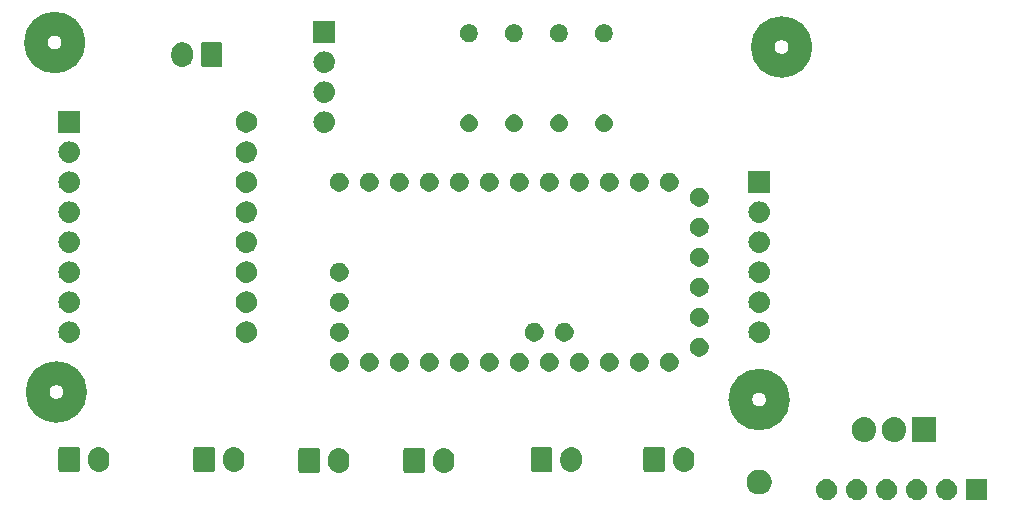
<source format=gbr>
G04 #@! TF.GenerationSoftware,KiCad,Pcbnew,5.0.2-bee76a0~70~ubuntu18.04.1*
G04 #@! TF.CreationDate,2020-05-13T22:05:11-07:00*
G04 #@! TF.ProjectId,auto-chicken-coop-door,6175746f-2d63-4686-9963-6b656e2d636f,rev?*
G04 #@! TF.SameCoordinates,Original*
G04 #@! TF.FileFunction,Soldermask,Top*
G04 #@! TF.FilePolarity,Negative*
%FSLAX46Y46*%
G04 Gerber Fmt 4.6, Leading zero omitted, Abs format (unit mm)*
G04 Created by KiCad (PCBNEW 5.0.2-bee76a0~70~ubuntu18.04.1) date Wed 13 May 2020 10:05:11 PM PDT*
%MOMM*%
%LPD*%
G01*
G04 APERTURE LIST*
%ADD10C,2.000000*%
%ADD11C,0.100000*%
G04 APERTURE END LIST*
D10*
X196536305Y-108585000D02*
G75*
G03X196536305Y-108585000I-1591305J0D01*
G01*
X198441305Y-78740000D02*
G75*
G03X198441305Y-78740000I-1591305J0D01*
G01*
X137033000Y-107950000D02*
G75*
G03X137033000Y-107950000I-1591305J0D01*
G01*
X136897305Y-78359000D02*
G75*
G03X136897305Y-78359000I-1591305J0D01*
G01*
D11*
G36*
X214261000Y-117106000D02*
X212459000Y-117106000D01*
X212459000Y-115304000D01*
X214261000Y-115304000D01*
X214261000Y-117106000D01*
X214261000Y-117106000D01*
G37*
G36*
X210930442Y-115310518D02*
X210996627Y-115317037D01*
X211109853Y-115351384D01*
X211166467Y-115368557D01*
X211305087Y-115442652D01*
X211322991Y-115452222D01*
X211358729Y-115481552D01*
X211460186Y-115564814D01*
X211543448Y-115666271D01*
X211572778Y-115702009D01*
X211572779Y-115702011D01*
X211656443Y-115858533D01*
X211656443Y-115858534D01*
X211707963Y-116028373D01*
X211725359Y-116205000D01*
X211707963Y-116381627D01*
X211673616Y-116494853D01*
X211656443Y-116551467D01*
X211640865Y-116580611D01*
X211572778Y-116707991D01*
X211543448Y-116743729D01*
X211460186Y-116845186D01*
X211358729Y-116928448D01*
X211322991Y-116957778D01*
X211322989Y-116957779D01*
X211166467Y-117041443D01*
X211109853Y-117058616D01*
X210996627Y-117092963D01*
X210930443Y-117099481D01*
X210864260Y-117106000D01*
X210775740Y-117106000D01*
X210709557Y-117099481D01*
X210643373Y-117092963D01*
X210530147Y-117058616D01*
X210473533Y-117041443D01*
X210317011Y-116957779D01*
X210317009Y-116957778D01*
X210281271Y-116928448D01*
X210179814Y-116845186D01*
X210096552Y-116743729D01*
X210067222Y-116707991D01*
X209999135Y-116580611D01*
X209983557Y-116551467D01*
X209966384Y-116494853D01*
X209932037Y-116381627D01*
X209914641Y-116205000D01*
X209932037Y-116028373D01*
X209983557Y-115858534D01*
X209983557Y-115858533D01*
X210067221Y-115702011D01*
X210067222Y-115702009D01*
X210096552Y-115666271D01*
X210179814Y-115564814D01*
X210281271Y-115481552D01*
X210317009Y-115452222D01*
X210334913Y-115442652D01*
X210473533Y-115368557D01*
X210530147Y-115351384D01*
X210643373Y-115317037D01*
X210709558Y-115310518D01*
X210775740Y-115304000D01*
X210864260Y-115304000D01*
X210930442Y-115310518D01*
X210930442Y-115310518D01*
G37*
G36*
X200770442Y-115310518D02*
X200836627Y-115317037D01*
X200949853Y-115351384D01*
X201006467Y-115368557D01*
X201145087Y-115442652D01*
X201162991Y-115452222D01*
X201198729Y-115481552D01*
X201300186Y-115564814D01*
X201383448Y-115666271D01*
X201412778Y-115702009D01*
X201412779Y-115702011D01*
X201496443Y-115858533D01*
X201496443Y-115858534D01*
X201547963Y-116028373D01*
X201565359Y-116205000D01*
X201547963Y-116381627D01*
X201513616Y-116494853D01*
X201496443Y-116551467D01*
X201480865Y-116580611D01*
X201412778Y-116707991D01*
X201383448Y-116743729D01*
X201300186Y-116845186D01*
X201198729Y-116928448D01*
X201162991Y-116957778D01*
X201162989Y-116957779D01*
X201006467Y-117041443D01*
X200949853Y-117058616D01*
X200836627Y-117092963D01*
X200770443Y-117099481D01*
X200704260Y-117106000D01*
X200615740Y-117106000D01*
X200549557Y-117099481D01*
X200483373Y-117092963D01*
X200370147Y-117058616D01*
X200313533Y-117041443D01*
X200157011Y-116957779D01*
X200157009Y-116957778D01*
X200121271Y-116928448D01*
X200019814Y-116845186D01*
X199936552Y-116743729D01*
X199907222Y-116707991D01*
X199839135Y-116580611D01*
X199823557Y-116551467D01*
X199806384Y-116494853D01*
X199772037Y-116381627D01*
X199754641Y-116205000D01*
X199772037Y-116028373D01*
X199823557Y-115858534D01*
X199823557Y-115858533D01*
X199907221Y-115702011D01*
X199907222Y-115702009D01*
X199936552Y-115666271D01*
X200019814Y-115564814D01*
X200121271Y-115481552D01*
X200157009Y-115452222D01*
X200174913Y-115442652D01*
X200313533Y-115368557D01*
X200370147Y-115351384D01*
X200483373Y-115317037D01*
X200549558Y-115310518D01*
X200615740Y-115304000D01*
X200704260Y-115304000D01*
X200770442Y-115310518D01*
X200770442Y-115310518D01*
G37*
G36*
X203310442Y-115310518D02*
X203376627Y-115317037D01*
X203489853Y-115351384D01*
X203546467Y-115368557D01*
X203685087Y-115442652D01*
X203702991Y-115452222D01*
X203738729Y-115481552D01*
X203840186Y-115564814D01*
X203923448Y-115666271D01*
X203952778Y-115702009D01*
X203952779Y-115702011D01*
X204036443Y-115858533D01*
X204036443Y-115858534D01*
X204087963Y-116028373D01*
X204105359Y-116205000D01*
X204087963Y-116381627D01*
X204053616Y-116494853D01*
X204036443Y-116551467D01*
X204020865Y-116580611D01*
X203952778Y-116707991D01*
X203923448Y-116743729D01*
X203840186Y-116845186D01*
X203738729Y-116928448D01*
X203702991Y-116957778D01*
X203702989Y-116957779D01*
X203546467Y-117041443D01*
X203489853Y-117058616D01*
X203376627Y-117092963D01*
X203310443Y-117099481D01*
X203244260Y-117106000D01*
X203155740Y-117106000D01*
X203089557Y-117099481D01*
X203023373Y-117092963D01*
X202910147Y-117058616D01*
X202853533Y-117041443D01*
X202697011Y-116957779D01*
X202697009Y-116957778D01*
X202661271Y-116928448D01*
X202559814Y-116845186D01*
X202476552Y-116743729D01*
X202447222Y-116707991D01*
X202379135Y-116580611D01*
X202363557Y-116551467D01*
X202346384Y-116494853D01*
X202312037Y-116381627D01*
X202294641Y-116205000D01*
X202312037Y-116028373D01*
X202363557Y-115858534D01*
X202363557Y-115858533D01*
X202447221Y-115702011D01*
X202447222Y-115702009D01*
X202476552Y-115666271D01*
X202559814Y-115564814D01*
X202661271Y-115481552D01*
X202697009Y-115452222D01*
X202714913Y-115442652D01*
X202853533Y-115368557D01*
X202910147Y-115351384D01*
X203023373Y-115317037D01*
X203089558Y-115310518D01*
X203155740Y-115304000D01*
X203244260Y-115304000D01*
X203310442Y-115310518D01*
X203310442Y-115310518D01*
G37*
G36*
X208390442Y-115310518D02*
X208456627Y-115317037D01*
X208569853Y-115351384D01*
X208626467Y-115368557D01*
X208765087Y-115442652D01*
X208782991Y-115452222D01*
X208818729Y-115481552D01*
X208920186Y-115564814D01*
X209003448Y-115666271D01*
X209032778Y-115702009D01*
X209032779Y-115702011D01*
X209116443Y-115858533D01*
X209116443Y-115858534D01*
X209167963Y-116028373D01*
X209185359Y-116205000D01*
X209167963Y-116381627D01*
X209133616Y-116494853D01*
X209116443Y-116551467D01*
X209100865Y-116580611D01*
X209032778Y-116707991D01*
X209003448Y-116743729D01*
X208920186Y-116845186D01*
X208818729Y-116928448D01*
X208782991Y-116957778D01*
X208782989Y-116957779D01*
X208626467Y-117041443D01*
X208569853Y-117058616D01*
X208456627Y-117092963D01*
X208390443Y-117099481D01*
X208324260Y-117106000D01*
X208235740Y-117106000D01*
X208169557Y-117099481D01*
X208103373Y-117092963D01*
X207990147Y-117058616D01*
X207933533Y-117041443D01*
X207777011Y-116957779D01*
X207777009Y-116957778D01*
X207741271Y-116928448D01*
X207639814Y-116845186D01*
X207556552Y-116743729D01*
X207527222Y-116707991D01*
X207459135Y-116580611D01*
X207443557Y-116551467D01*
X207426384Y-116494853D01*
X207392037Y-116381627D01*
X207374641Y-116205000D01*
X207392037Y-116028373D01*
X207443557Y-115858534D01*
X207443557Y-115858533D01*
X207527221Y-115702011D01*
X207527222Y-115702009D01*
X207556552Y-115666271D01*
X207639814Y-115564814D01*
X207741271Y-115481552D01*
X207777009Y-115452222D01*
X207794913Y-115442652D01*
X207933533Y-115368557D01*
X207990147Y-115351384D01*
X208103373Y-115317037D01*
X208169558Y-115310518D01*
X208235740Y-115304000D01*
X208324260Y-115304000D01*
X208390442Y-115310518D01*
X208390442Y-115310518D01*
G37*
G36*
X205850442Y-115310518D02*
X205916627Y-115317037D01*
X206029853Y-115351384D01*
X206086467Y-115368557D01*
X206225087Y-115442652D01*
X206242991Y-115452222D01*
X206278729Y-115481552D01*
X206380186Y-115564814D01*
X206463448Y-115666271D01*
X206492778Y-115702009D01*
X206492779Y-115702011D01*
X206576443Y-115858533D01*
X206576443Y-115858534D01*
X206627963Y-116028373D01*
X206645359Y-116205000D01*
X206627963Y-116381627D01*
X206593616Y-116494853D01*
X206576443Y-116551467D01*
X206560865Y-116580611D01*
X206492778Y-116707991D01*
X206463448Y-116743729D01*
X206380186Y-116845186D01*
X206278729Y-116928448D01*
X206242991Y-116957778D01*
X206242989Y-116957779D01*
X206086467Y-117041443D01*
X206029853Y-117058616D01*
X205916627Y-117092963D01*
X205850443Y-117099481D01*
X205784260Y-117106000D01*
X205695740Y-117106000D01*
X205629557Y-117099481D01*
X205563373Y-117092963D01*
X205450147Y-117058616D01*
X205393533Y-117041443D01*
X205237011Y-116957779D01*
X205237009Y-116957778D01*
X205201271Y-116928448D01*
X205099814Y-116845186D01*
X205016552Y-116743729D01*
X204987222Y-116707991D01*
X204919135Y-116580611D01*
X204903557Y-116551467D01*
X204886384Y-116494853D01*
X204852037Y-116381627D01*
X204834641Y-116205000D01*
X204852037Y-116028373D01*
X204903557Y-115858534D01*
X204903557Y-115858533D01*
X204987221Y-115702011D01*
X204987222Y-115702009D01*
X205016552Y-115666271D01*
X205099814Y-115564814D01*
X205201271Y-115481552D01*
X205237009Y-115452222D01*
X205254913Y-115442652D01*
X205393533Y-115368557D01*
X205450147Y-115351384D01*
X205563373Y-115317037D01*
X205629558Y-115310518D01*
X205695740Y-115304000D01*
X205784260Y-115304000D01*
X205850442Y-115310518D01*
X205850442Y-115310518D01*
G37*
G36*
X195251565Y-114559389D02*
X195442834Y-114638615D01*
X195614976Y-114753637D01*
X195761363Y-114900024D01*
X195876385Y-115072166D01*
X195955611Y-115263435D01*
X195996000Y-115466484D01*
X195996000Y-115673516D01*
X195955611Y-115876565D01*
X195876385Y-116067834D01*
X195761363Y-116239976D01*
X195614976Y-116386363D01*
X195442834Y-116501385D01*
X195251565Y-116580611D01*
X195048516Y-116621000D01*
X194841484Y-116621000D01*
X194638435Y-116580611D01*
X194447166Y-116501385D01*
X194275024Y-116386363D01*
X194128637Y-116239976D01*
X194013615Y-116067834D01*
X193934389Y-115876565D01*
X193894000Y-115673516D01*
X193894000Y-115466484D01*
X193934389Y-115263435D01*
X194013615Y-115072166D01*
X194128637Y-114900024D01*
X194275024Y-114753637D01*
X194447166Y-114638615D01*
X194638435Y-114559389D01*
X194841484Y-114519000D01*
X195048516Y-114519000D01*
X195251565Y-114559389D01*
X195251565Y-114559389D01*
G37*
G36*
X159521626Y-112708038D02*
X159634852Y-112742385D01*
X159691466Y-112759558D01*
X159847989Y-112843222D01*
X159985186Y-112955815D01*
X160068448Y-113057272D01*
X160097778Y-113093010D01*
X160097779Y-113093012D01*
X160181443Y-113249534D01*
X160198616Y-113306148D01*
X160232963Y-113419374D01*
X160246000Y-113551743D01*
X160246000Y-113940258D01*
X160232963Y-114072627D01*
X160181443Y-114242467D01*
X160097778Y-114398992D01*
X160097777Y-114398993D01*
X159985186Y-114536187D01*
X159890251Y-114614097D01*
X159847991Y-114648779D01*
X159847989Y-114648780D01*
X159691467Y-114732444D01*
X159650734Y-114744800D01*
X159521627Y-114783964D01*
X159345000Y-114801360D01*
X159168374Y-114783964D01*
X159039267Y-114744800D01*
X158998534Y-114732444D01*
X158842012Y-114648780D01*
X158842010Y-114648779D01*
X158704816Y-114536187D01*
X158704812Y-114536184D01*
X158592222Y-114398993D01*
X158508557Y-114242468D01*
X158483986Y-114161466D01*
X158457037Y-114072628D01*
X158444000Y-113940259D01*
X158444000Y-113551744D01*
X158457037Y-113419375D01*
X158508557Y-113249536D01*
X158508557Y-113249535D01*
X158592221Y-113093012D01*
X158704814Y-112955815D01*
X158806271Y-112872553D01*
X158842009Y-112843223D01*
X158871797Y-112827301D01*
X158998533Y-112759558D01*
X159055147Y-112742385D01*
X159168373Y-112708038D01*
X159345000Y-112690642D01*
X159521626Y-112708038D01*
X159521626Y-112708038D01*
G37*
G36*
X168411626Y-112708038D02*
X168524852Y-112742385D01*
X168581466Y-112759558D01*
X168737989Y-112843222D01*
X168875186Y-112955815D01*
X168958448Y-113057272D01*
X168987778Y-113093010D01*
X168987779Y-113093012D01*
X169071443Y-113249534D01*
X169088616Y-113306148D01*
X169122963Y-113419374D01*
X169136000Y-113551743D01*
X169136000Y-113940258D01*
X169122963Y-114072627D01*
X169071443Y-114242467D01*
X168987778Y-114398992D01*
X168987777Y-114398993D01*
X168875186Y-114536187D01*
X168780251Y-114614097D01*
X168737991Y-114648779D01*
X168737989Y-114648780D01*
X168581467Y-114732444D01*
X168540734Y-114744800D01*
X168411627Y-114783964D01*
X168235000Y-114801360D01*
X168058374Y-114783964D01*
X167929267Y-114744800D01*
X167888534Y-114732444D01*
X167732012Y-114648780D01*
X167732010Y-114648779D01*
X167594816Y-114536187D01*
X167594812Y-114536184D01*
X167482222Y-114398993D01*
X167398557Y-114242468D01*
X167373986Y-114161466D01*
X167347037Y-114072628D01*
X167334000Y-113940259D01*
X167334000Y-113551744D01*
X167347037Y-113419375D01*
X167398557Y-113249536D01*
X167398557Y-113249535D01*
X167482221Y-113093012D01*
X167594814Y-112955815D01*
X167696271Y-112872553D01*
X167732009Y-112843223D01*
X167761797Y-112827301D01*
X167888533Y-112759558D01*
X167945147Y-112742385D01*
X168058373Y-112708038D01*
X168235000Y-112690642D01*
X168411626Y-112708038D01*
X168411626Y-112708038D01*
G37*
G36*
X157603600Y-112698990D02*
X157636649Y-112709015D01*
X157667106Y-112725295D01*
X157693799Y-112747202D01*
X157715706Y-112773895D01*
X157731986Y-112804352D01*
X157742011Y-112837401D01*
X157746000Y-112877905D01*
X157746000Y-114614097D01*
X157742011Y-114654601D01*
X157731986Y-114687650D01*
X157715706Y-114718107D01*
X157693799Y-114744800D01*
X157667106Y-114766707D01*
X157636649Y-114782987D01*
X157603600Y-114793012D01*
X157563096Y-114797001D01*
X156126904Y-114797001D01*
X156086400Y-114793012D01*
X156053351Y-114782987D01*
X156022894Y-114766707D01*
X155996201Y-114744800D01*
X155974294Y-114718107D01*
X155958014Y-114687650D01*
X155947989Y-114654601D01*
X155944000Y-114614097D01*
X155944000Y-112877905D01*
X155947989Y-112837401D01*
X155958014Y-112804352D01*
X155974294Y-112773895D01*
X155996201Y-112747202D01*
X156022894Y-112725295D01*
X156053351Y-112709015D01*
X156086400Y-112698990D01*
X156126904Y-112695001D01*
X157563096Y-112695001D01*
X157603600Y-112698990D01*
X157603600Y-112698990D01*
G37*
G36*
X166493600Y-112698990D02*
X166526649Y-112709015D01*
X166557106Y-112725295D01*
X166583799Y-112747202D01*
X166605706Y-112773895D01*
X166621986Y-112804352D01*
X166632011Y-112837401D01*
X166636000Y-112877905D01*
X166636000Y-114614097D01*
X166632011Y-114654601D01*
X166621986Y-114687650D01*
X166605706Y-114718107D01*
X166583799Y-114744800D01*
X166557106Y-114766707D01*
X166526649Y-114782987D01*
X166493600Y-114793012D01*
X166453096Y-114797001D01*
X165016904Y-114797001D01*
X164976400Y-114793012D01*
X164943351Y-114782987D01*
X164912894Y-114766707D01*
X164886201Y-114744800D01*
X164864294Y-114718107D01*
X164848014Y-114687650D01*
X164837989Y-114654601D01*
X164834000Y-114614097D01*
X164834000Y-112877905D01*
X164837989Y-112837401D01*
X164848014Y-112804352D01*
X164864294Y-112773895D01*
X164886201Y-112747202D01*
X164912894Y-112725295D01*
X164943351Y-112709015D01*
X164976400Y-112698990D01*
X165016904Y-112695001D01*
X166453096Y-112695001D01*
X166493600Y-112698990D01*
X166493600Y-112698990D01*
G37*
G36*
X139201626Y-112627037D02*
X139314852Y-112661384D01*
X139371466Y-112678557D01*
X139527989Y-112762221D01*
X139665186Y-112874814D01*
X139735096Y-112960001D01*
X139777778Y-113012009D01*
X139777779Y-113012011D01*
X139861443Y-113168533D01*
X139878616Y-113225147D01*
X139912963Y-113338373D01*
X139926000Y-113470742D01*
X139926000Y-113859257D01*
X139912963Y-113991626D01*
X139861443Y-114161466D01*
X139777778Y-114317991D01*
X139777777Y-114317992D01*
X139665186Y-114455186D01*
X139563729Y-114538448D01*
X139527991Y-114567778D01*
X139527989Y-114567779D01*
X139371467Y-114651443D01*
X139330734Y-114663799D01*
X139201627Y-114702963D01*
X139025000Y-114720359D01*
X138848374Y-114702963D01*
X138719267Y-114663799D01*
X138678534Y-114651443D01*
X138522012Y-114567779D01*
X138522010Y-114567778D01*
X138384816Y-114455186D01*
X138384812Y-114455183D01*
X138272222Y-114317992D01*
X138188557Y-114161467D01*
X138171384Y-114104853D01*
X138137037Y-113991627D01*
X138124000Y-113859258D01*
X138124000Y-113470743D01*
X138137037Y-113338374D01*
X138188557Y-113168535D01*
X138188557Y-113168534D01*
X138272221Y-113012011D01*
X138384814Y-112874814D01*
X138486271Y-112791552D01*
X138522009Y-112762222D01*
X138564215Y-112739662D01*
X138678533Y-112678557D01*
X138735147Y-112661384D01*
X138848373Y-112627037D01*
X139025000Y-112609641D01*
X139201626Y-112627037D01*
X139201626Y-112627037D01*
G37*
G36*
X150631626Y-112627037D02*
X150744852Y-112661384D01*
X150801466Y-112678557D01*
X150957989Y-112762221D01*
X151095186Y-112874814D01*
X151165096Y-112960001D01*
X151207778Y-113012009D01*
X151207779Y-113012011D01*
X151291443Y-113168533D01*
X151308616Y-113225147D01*
X151342963Y-113338373D01*
X151356000Y-113470742D01*
X151356000Y-113859257D01*
X151342963Y-113991626D01*
X151291443Y-114161466D01*
X151207778Y-114317991D01*
X151207777Y-114317992D01*
X151095186Y-114455186D01*
X150993729Y-114538448D01*
X150957991Y-114567778D01*
X150957989Y-114567779D01*
X150801467Y-114651443D01*
X150760734Y-114663799D01*
X150631627Y-114702963D01*
X150455000Y-114720359D01*
X150278374Y-114702963D01*
X150149267Y-114663799D01*
X150108534Y-114651443D01*
X149952012Y-114567779D01*
X149952010Y-114567778D01*
X149814816Y-114455186D01*
X149814812Y-114455183D01*
X149702222Y-114317992D01*
X149618557Y-114161467D01*
X149601384Y-114104853D01*
X149567037Y-113991627D01*
X149554000Y-113859258D01*
X149554000Y-113470743D01*
X149567037Y-113338374D01*
X149618557Y-113168535D01*
X149618557Y-113168534D01*
X149702221Y-113012011D01*
X149814814Y-112874814D01*
X149916271Y-112791552D01*
X149952009Y-112762222D01*
X149994215Y-112739662D01*
X150108533Y-112678557D01*
X150165147Y-112661384D01*
X150278373Y-112627037D01*
X150455000Y-112609641D01*
X150631626Y-112627037D01*
X150631626Y-112627037D01*
G37*
G36*
X179206626Y-112627037D02*
X179319852Y-112661384D01*
X179376466Y-112678557D01*
X179532989Y-112762221D01*
X179670186Y-112874814D01*
X179740096Y-112960001D01*
X179782778Y-113012009D01*
X179782779Y-113012011D01*
X179866443Y-113168533D01*
X179883616Y-113225147D01*
X179917963Y-113338373D01*
X179931000Y-113470742D01*
X179931000Y-113859257D01*
X179917963Y-113991626D01*
X179866443Y-114161466D01*
X179782778Y-114317991D01*
X179782777Y-114317992D01*
X179670186Y-114455186D01*
X179568729Y-114538448D01*
X179532991Y-114567778D01*
X179532989Y-114567779D01*
X179376467Y-114651443D01*
X179335734Y-114663799D01*
X179206627Y-114702963D01*
X179030000Y-114720359D01*
X178853374Y-114702963D01*
X178724267Y-114663799D01*
X178683534Y-114651443D01*
X178527012Y-114567779D01*
X178527010Y-114567778D01*
X178389816Y-114455186D01*
X178389812Y-114455183D01*
X178277222Y-114317992D01*
X178193557Y-114161467D01*
X178176384Y-114104853D01*
X178142037Y-113991627D01*
X178129000Y-113859258D01*
X178129000Y-113470743D01*
X178142037Y-113338374D01*
X178193557Y-113168535D01*
X178193557Y-113168534D01*
X178277221Y-113012011D01*
X178389814Y-112874814D01*
X178491271Y-112791552D01*
X178527009Y-112762222D01*
X178569215Y-112739662D01*
X178683533Y-112678557D01*
X178740147Y-112661384D01*
X178853373Y-112627037D01*
X179030000Y-112609641D01*
X179206626Y-112627037D01*
X179206626Y-112627037D01*
G37*
G36*
X188731626Y-112627037D02*
X188844852Y-112661384D01*
X188901466Y-112678557D01*
X189057989Y-112762221D01*
X189195186Y-112874814D01*
X189265096Y-112960001D01*
X189307778Y-113012009D01*
X189307779Y-113012011D01*
X189391443Y-113168533D01*
X189408616Y-113225147D01*
X189442963Y-113338373D01*
X189456000Y-113470742D01*
X189456000Y-113859257D01*
X189442963Y-113991626D01*
X189391443Y-114161466D01*
X189307778Y-114317991D01*
X189307777Y-114317992D01*
X189195186Y-114455186D01*
X189093729Y-114538448D01*
X189057991Y-114567778D01*
X189057989Y-114567779D01*
X188901467Y-114651443D01*
X188860734Y-114663799D01*
X188731627Y-114702963D01*
X188555000Y-114720359D01*
X188378374Y-114702963D01*
X188249267Y-114663799D01*
X188208534Y-114651443D01*
X188052012Y-114567779D01*
X188052010Y-114567778D01*
X187914816Y-114455186D01*
X187914812Y-114455183D01*
X187802222Y-114317992D01*
X187718557Y-114161467D01*
X187701384Y-114104853D01*
X187667037Y-113991627D01*
X187654000Y-113859258D01*
X187654000Y-113470743D01*
X187667037Y-113338374D01*
X187718557Y-113168535D01*
X187718557Y-113168534D01*
X187802221Y-113012011D01*
X187914814Y-112874814D01*
X188016271Y-112791552D01*
X188052009Y-112762222D01*
X188094215Y-112739662D01*
X188208533Y-112678557D01*
X188265147Y-112661384D01*
X188378373Y-112627037D01*
X188555000Y-112609641D01*
X188731626Y-112627037D01*
X188731626Y-112627037D01*
G37*
G36*
X148713600Y-112617989D02*
X148746649Y-112628014D01*
X148777106Y-112644294D01*
X148803799Y-112666201D01*
X148825706Y-112692894D01*
X148841986Y-112723351D01*
X148852011Y-112756400D01*
X148856000Y-112796904D01*
X148856000Y-114533096D01*
X148852011Y-114573600D01*
X148841986Y-114606649D01*
X148825706Y-114637106D01*
X148803799Y-114663799D01*
X148777106Y-114685706D01*
X148746649Y-114701986D01*
X148713600Y-114712011D01*
X148673096Y-114716000D01*
X147236904Y-114716000D01*
X147196400Y-114712011D01*
X147163351Y-114701986D01*
X147132894Y-114685706D01*
X147106201Y-114663799D01*
X147084294Y-114637106D01*
X147068014Y-114606649D01*
X147057989Y-114573600D01*
X147054000Y-114533096D01*
X147054000Y-112796904D01*
X147057989Y-112756400D01*
X147068014Y-112723351D01*
X147084294Y-112692894D01*
X147106201Y-112666201D01*
X147132894Y-112644294D01*
X147163351Y-112628014D01*
X147196400Y-112617989D01*
X147236904Y-112614000D01*
X148673096Y-112614000D01*
X148713600Y-112617989D01*
X148713600Y-112617989D01*
G37*
G36*
X137283600Y-112617989D02*
X137316649Y-112628014D01*
X137347106Y-112644294D01*
X137373799Y-112666201D01*
X137395706Y-112692894D01*
X137411986Y-112723351D01*
X137422011Y-112756400D01*
X137426000Y-112796904D01*
X137426000Y-114533096D01*
X137422011Y-114573600D01*
X137411986Y-114606649D01*
X137395706Y-114637106D01*
X137373799Y-114663799D01*
X137347106Y-114685706D01*
X137316649Y-114701986D01*
X137283600Y-114712011D01*
X137243096Y-114716000D01*
X135806904Y-114716000D01*
X135766400Y-114712011D01*
X135733351Y-114701986D01*
X135702894Y-114685706D01*
X135676201Y-114663799D01*
X135654294Y-114637106D01*
X135638014Y-114606649D01*
X135627989Y-114573600D01*
X135624000Y-114533096D01*
X135624000Y-112796904D01*
X135627989Y-112756400D01*
X135638014Y-112723351D01*
X135654294Y-112692894D01*
X135676201Y-112666201D01*
X135702894Y-112644294D01*
X135733351Y-112628014D01*
X135766400Y-112617989D01*
X135806904Y-112614000D01*
X137243096Y-112614000D01*
X137283600Y-112617989D01*
X137283600Y-112617989D01*
G37*
G36*
X177288600Y-112617989D02*
X177321649Y-112628014D01*
X177352106Y-112644294D01*
X177378799Y-112666201D01*
X177400706Y-112692894D01*
X177416986Y-112723351D01*
X177427011Y-112756400D01*
X177431000Y-112796904D01*
X177431000Y-114533096D01*
X177427011Y-114573600D01*
X177416986Y-114606649D01*
X177400706Y-114637106D01*
X177378799Y-114663799D01*
X177352106Y-114685706D01*
X177321649Y-114701986D01*
X177288600Y-114712011D01*
X177248096Y-114716000D01*
X175811904Y-114716000D01*
X175771400Y-114712011D01*
X175738351Y-114701986D01*
X175707894Y-114685706D01*
X175681201Y-114663799D01*
X175659294Y-114637106D01*
X175643014Y-114606649D01*
X175632989Y-114573600D01*
X175629000Y-114533096D01*
X175629000Y-112796904D01*
X175632989Y-112756400D01*
X175643014Y-112723351D01*
X175659294Y-112692894D01*
X175681201Y-112666201D01*
X175707894Y-112644294D01*
X175738351Y-112628014D01*
X175771400Y-112617989D01*
X175811904Y-112614000D01*
X177248096Y-112614000D01*
X177288600Y-112617989D01*
X177288600Y-112617989D01*
G37*
G36*
X186813600Y-112617989D02*
X186846649Y-112628014D01*
X186877106Y-112644294D01*
X186903799Y-112666201D01*
X186925706Y-112692894D01*
X186941986Y-112723351D01*
X186952011Y-112756400D01*
X186956000Y-112796904D01*
X186956000Y-114533096D01*
X186952011Y-114573600D01*
X186941986Y-114606649D01*
X186925706Y-114637106D01*
X186903799Y-114663799D01*
X186877106Y-114685706D01*
X186846649Y-114701986D01*
X186813600Y-114712011D01*
X186773096Y-114716000D01*
X185336904Y-114716000D01*
X185296400Y-114712011D01*
X185263351Y-114701986D01*
X185232894Y-114685706D01*
X185206201Y-114663799D01*
X185184294Y-114637106D01*
X185168014Y-114606649D01*
X185157989Y-114573600D01*
X185154000Y-114533096D01*
X185154000Y-112796904D01*
X185157989Y-112756400D01*
X185168014Y-112723351D01*
X185184294Y-112692894D01*
X185206201Y-112666201D01*
X185232894Y-112644294D01*
X185263351Y-112628014D01*
X185296400Y-112617989D01*
X185336904Y-112614000D01*
X186773096Y-112614000D01*
X186813600Y-112617989D01*
X186813600Y-112617989D01*
G37*
G36*
X204031720Y-110088520D02*
X204220881Y-110145901D01*
X204395212Y-110239083D01*
X204548015Y-110364485D01*
X204673417Y-110517288D01*
X204766599Y-110691620D01*
X204823980Y-110880781D01*
X204838500Y-111028207D01*
X204838500Y-111221794D01*
X204823980Y-111369220D01*
X204766599Y-111558381D01*
X204673417Y-111732712D01*
X204548015Y-111885515D01*
X204395212Y-112010917D01*
X204220880Y-112104099D01*
X204031719Y-112161480D01*
X203835000Y-112180855D01*
X203638280Y-112161480D01*
X203449119Y-112104099D01*
X203274788Y-112010917D01*
X203121985Y-111885515D01*
X202996583Y-111732712D01*
X202903401Y-111558380D01*
X202846020Y-111369219D01*
X202831500Y-111221793D01*
X202831500Y-111028206D01*
X202846020Y-110880780D01*
X202903401Y-110691619D01*
X202996583Y-110517288D01*
X203121985Y-110364485D01*
X203274788Y-110239083D01*
X203449120Y-110145901D01*
X203638281Y-110088520D01*
X203835000Y-110069145D01*
X204031720Y-110088520D01*
X204031720Y-110088520D01*
G37*
G36*
X206571720Y-110088520D02*
X206760881Y-110145901D01*
X206935212Y-110239083D01*
X207088015Y-110364485D01*
X207213417Y-110517288D01*
X207306599Y-110691620D01*
X207363980Y-110880781D01*
X207378500Y-111028207D01*
X207378500Y-111221794D01*
X207363980Y-111369220D01*
X207306599Y-111558381D01*
X207213417Y-111732712D01*
X207088015Y-111885515D01*
X206935212Y-112010917D01*
X206760880Y-112104099D01*
X206571719Y-112161480D01*
X206375000Y-112180855D01*
X206178280Y-112161480D01*
X205989119Y-112104099D01*
X205814788Y-112010917D01*
X205661985Y-111885515D01*
X205536583Y-111732712D01*
X205443401Y-111558380D01*
X205386020Y-111369219D01*
X205371500Y-111221793D01*
X205371500Y-111028206D01*
X205386020Y-110880780D01*
X205443401Y-110691619D01*
X205536583Y-110517288D01*
X205661985Y-110364485D01*
X205814788Y-110239083D01*
X205989120Y-110145901D01*
X206178281Y-110088520D01*
X206375000Y-110069145D01*
X206571720Y-110088520D01*
X206571720Y-110088520D01*
G37*
G36*
X209918500Y-112176000D02*
X207911500Y-112176000D01*
X207911500Y-110074000D01*
X209918500Y-110074000D01*
X209918500Y-112176000D01*
X209918500Y-112176000D01*
G37*
G36*
X174859807Y-104635935D02*
X174859809Y-104635936D01*
X174859810Y-104635936D01*
X175006310Y-104696618D01*
X175006311Y-104696619D01*
X175138161Y-104784718D01*
X175250282Y-104896839D01*
X175250284Y-104896842D01*
X175338382Y-105028690D01*
X175399064Y-105175190D01*
X175430000Y-105330714D01*
X175430000Y-105489286D01*
X175399064Y-105644810D01*
X175338382Y-105791310D01*
X175338381Y-105791311D01*
X175250282Y-105923161D01*
X175138161Y-106035282D01*
X175138158Y-106035284D01*
X175006310Y-106123382D01*
X174859810Y-106184064D01*
X174859809Y-106184064D01*
X174859807Y-106184065D01*
X174704287Y-106215000D01*
X174545713Y-106215000D01*
X174390193Y-106184065D01*
X174390191Y-106184064D01*
X174390190Y-106184064D01*
X174243690Y-106123382D01*
X174111842Y-106035284D01*
X174111839Y-106035282D01*
X173999718Y-105923161D01*
X173911619Y-105791311D01*
X173911618Y-105791310D01*
X173850936Y-105644810D01*
X173820000Y-105489286D01*
X173820000Y-105330714D01*
X173850936Y-105175190D01*
X173911618Y-105028690D01*
X173999716Y-104896842D01*
X173999718Y-104896839D01*
X174111839Y-104784718D01*
X174243689Y-104696619D01*
X174243690Y-104696618D01*
X174390190Y-104635936D01*
X174390191Y-104635936D01*
X174390193Y-104635935D01*
X174545713Y-104605000D01*
X174704287Y-104605000D01*
X174859807Y-104635935D01*
X174859807Y-104635935D01*
G37*
G36*
X162159807Y-104635935D02*
X162159809Y-104635936D01*
X162159810Y-104635936D01*
X162306310Y-104696618D01*
X162306311Y-104696619D01*
X162438161Y-104784718D01*
X162550282Y-104896839D01*
X162550284Y-104896842D01*
X162638382Y-105028690D01*
X162699064Y-105175190D01*
X162730000Y-105330714D01*
X162730000Y-105489286D01*
X162699064Y-105644810D01*
X162638382Y-105791310D01*
X162638381Y-105791311D01*
X162550282Y-105923161D01*
X162438161Y-106035282D01*
X162438158Y-106035284D01*
X162306310Y-106123382D01*
X162159810Y-106184064D01*
X162159809Y-106184064D01*
X162159807Y-106184065D01*
X162004287Y-106215000D01*
X161845713Y-106215000D01*
X161690193Y-106184065D01*
X161690191Y-106184064D01*
X161690190Y-106184064D01*
X161543690Y-106123382D01*
X161411842Y-106035284D01*
X161411839Y-106035282D01*
X161299718Y-105923161D01*
X161211619Y-105791311D01*
X161211618Y-105791310D01*
X161150936Y-105644810D01*
X161120000Y-105489286D01*
X161120000Y-105330714D01*
X161150936Y-105175190D01*
X161211618Y-105028690D01*
X161299716Y-104896842D01*
X161299718Y-104896839D01*
X161411839Y-104784718D01*
X161543689Y-104696619D01*
X161543690Y-104696618D01*
X161690190Y-104635936D01*
X161690191Y-104635936D01*
X161690193Y-104635935D01*
X161845713Y-104605000D01*
X162004287Y-104605000D01*
X162159807Y-104635935D01*
X162159807Y-104635935D01*
G37*
G36*
X159619807Y-104635935D02*
X159619809Y-104635936D01*
X159619810Y-104635936D01*
X159766310Y-104696618D01*
X159766311Y-104696619D01*
X159898161Y-104784718D01*
X160010282Y-104896839D01*
X160010284Y-104896842D01*
X160098382Y-105028690D01*
X160159064Y-105175190D01*
X160190000Y-105330714D01*
X160190000Y-105489286D01*
X160159064Y-105644810D01*
X160098382Y-105791310D01*
X160098381Y-105791311D01*
X160010282Y-105923161D01*
X159898161Y-106035282D01*
X159898158Y-106035284D01*
X159766310Y-106123382D01*
X159619810Y-106184064D01*
X159619809Y-106184064D01*
X159619807Y-106184065D01*
X159464287Y-106215000D01*
X159305713Y-106215000D01*
X159150193Y-106184065D01*
X159150191Y-106184064D01*
X159150190Y-106184064D01*
X159003690Y-106123382D01*
X158871842Y-106035284D01*
X158871839Y-106035282D01*
X158759718Y-105923161D01*
X158671619Y-105791311D01*
X158671618Y-105791310D01*
X158610936Y-105644810D01*
X158580000Y-105489286D01*
X158580000Y-105330714D01*
X158610936Y-105175190D01*
X158671618Y-105028690D01*
X158759716Y-104896842D01*
X158759718Y-104896839D01*
X158871839Y-104784718D01*
X159003689Y-104696619D01*
X159003690Y-104696618D01*
X159150190Y-104635936D01*
X159150191Y-104635936D01*
X159150193Y-104635935D01*
X159305713Y-104605000D01*
X159464287Y-104605000D01*
X159619807Y-104635935D01*
X159619807Y-104635935D01*
G37*
G36*
X167239807Y-104635935D02*
X167239809Y-104635936D01*
X167239810Y-104635936D01*
X167386310Y-104696618D01*
X167386311Y-104696619D01*
X167518161Y-104784718D01*
X167630282Y-104896839D01*
X167630284Y-104896842D01*
X167718382Y-105028690D01*
X167779064Y-105175190D01*
X167810000Y-105330714D01*
X167810000Y-105489286D01*
X167779064Y-105644810D01*
X167718382Y-105791310D01*
X167718381Y-105791311D01*
X167630282Y-105923161D01*
X167518161Y-106035282D01*
X167518158Y-106035284D01*
X167386310Y-106123382D01*
X167239810Y-106184064D01*
X167239809Y-106184064D01*
X167239807Y-106184065D01*
X167084287Y-106215000D01*
X166925713Y-106215000D01*
X166770193Y-106184065D01*
X166770191Y-106184064D01*
X166770190Y-106184064D01*
X166623690Y-106123382D01*
X166491842Y-106035284D01*
X166491839Y-106035282D01*
X166379718Y-105923161D01*
X166291619Y-105791311D01*
X166291618Y-105791310D01*
X166230936Y-105644810D01*
X166200000Y-105489286D01*
X166200000Y-105330714D01*
X166230936Y-105175190D01*
X166291618Y-105028690D01*
X166379716Y-104896842D01*
X166379718Y-104896839D01*
X166491839Y-104784718D01*
X166623689Y-104696619D01*
X166623690Y-104696618D01*
X166770190Y-104635936D01*
X166770191Y-104635936D01*
X166770193Y-104635935D01*
X166925713Y-104605000D01*
X167084287Y-104605000D01*
X167239807Y-104635935D01*
X167239807Y-104635935D01*
G37*
G36*
X187559807Y-104635935D02*
X187559809Y-104635936D01*
X187559810Y-104635936D01*
X187706310Y-104696618D01*
X187706311Y-104696619D01*
X187838161Y-104784718D01*
X187950282Y-104896839D01*
X187950284Y-104896842D01*
X188038382Y-105028690D01*
X188099064Y-105175190D01*
X188130000Y-105330714D01*
X188130000Y-105489286D01*
X188099064Y-105644810D01*
X188038382Y-105791310D01*
X188038381Y-105791311D01*
X187950282Y-105923161D01*
X187838161Y-106035282D01*
X187838158Y-106035284D01*
X187706310Y-106123382D01*
X187559810Y-106184064D01*
X187559809Y-106184064D01*
X187559807Y-106184065D01*
X187404287Y-106215000D01*
X187245713Y-106215000D01*
X187090193Y-106184065D01*
X187090191Y-106184064D01*
X187090190Y-106184064D01*
X186943690Y-106123382D01*
X186811842Y-106035284D01*
X186811839Y-106035282D01*
X186699718Y-105923161D01*
X186611619Y-105791311D01*
X186611618Y-105791310D01*
X186550936Y-105644810D01*
X186520000Y-105489286D01*
X186520000Y-105330714D01*
X186550936Y-105175190D01*
X186611618Y-105028690D01*
X186699716Y-104896842D01*
X186699718Y-104896839D01*
X186811839Y-104784718D01*
X186943689Y-104696619D01*
X186943690Y-104696618D01*
X187090190Y-104635936D01*
X187090191Y-104635936D01*
X187090193Y-104635935D01*
X187245713Y-104605000D01*
X187404287Y-104605000D01*
X187559807Y-104635935D01*
X187559807Y-104635935D01*
G37*
G36*
X185019807Y-104635935D02*
X185019809Y-104635936D01*
X185019810Y-104635936D01*
X185166310Y-104696618D01*
X185166311Y-104696619D01*
X185298161Y-104784718D01*
X185410282Y-104896839D01*
X185410284Y-104896842D01*
X185498382Y-105028690D01*
X185559064Y-105175190D01*
X185590000Y-105330714D01*
X185590000Y-105489286D01*
X185559064Y-105644810D01*
X185498382Y-105791310D01*
X185498381Y-105791311D01*
X185410282Y-105923161D01*
X185298161Y-106035282D01*
X185298158Y-106035284D01*
X185166310Y-106123382D01*
X185019810Y-106184064D01*
X185019809Y-106184064D01*
X185019807Y-106184065D01*
X184864287Y-106215000D01*
X184705713Y-106215000D01*
X184550193Y-106184065D01*
X184550191Y-106184064D01*
X184550190Y-106184064D01*
X184403690Y-106123382D01*
X184271842Y-106035284D01*
X184271839Y-106035282D01*
X184159718Y-105923161D01*
X184071619Y-105791311D01*
X184071618Y-105791310D01*
X184010936Y-105644810D01*
X183980000Y-105489286D01*
X183980000Y-105330714D01*
X184010936Y-105175190D01*
X184071618Y-105028690D01*
X184159716Y-104896842D01*
X184159718Y-104896839D01*
X184271839Y-104784718D01*
X184403689Y-104696619D01*
X184403690Y-104696618D01*
X184550190Y-104635936D01*
X184550191Y-104635936D01*
X184550193Y-104635935D01*
X184705713Y-104605000D01*
X184864287Y-104605000D01*
X185019807Y-104635935D01*
X185019807Y-104635935D01*
G37*
G36*
X179939807Y-104635935D02*
X179939809Y-104635936D01*
X179939810Y-104635936D01*
X180086310Y-104696618D01*
X180086311Y-104696619D01*
X180218161Y-104784718D01*
X180330282Y-104896839D01*
X180330284Y-104896842D01*
X180418382Y-105028690D01*
X180479064Y-105175190D01*
X180510000Y-105330714D01*
X180510000Y-105489286D01*
X180479064Y-105644810D01*
X180418382Y-105791310D01*
X180418381Y-105791311D01*
X180330282Y-105923161D01*
X180218161Y-106035282D01*
X180218158Y-106035284D01*
X180086310Y-106123382D01*
X179939810Y-106184064D01*
X179939809Y-106184064D01*
X179939807Y-106184065D01*
X179784287Y-106215000D01*
X179625713Y-106215000D01*
X179470193Y-106184065D01*
X179470191Y-106184064D01*
X179470190Y-106184064D01*
X179323690Y-106123382D01*
X179191842Y-106035284D01*
X179191839Y-106035282D01*
X179079718Y-105923161D01*
X178991619Y-105791311D01*
X178991618Y-105791310D01*
X178930936Y-105644810D01*
X178900000Y-105489286D01*
X178900000Y-105330714D01*
X178930936Y-105175190D01*
X178991618Y-105028690D01*
X179079716Y-104896842D01*
X179079718Y-104896839D01*
X179191839Y-104784718D01*
X179323689Y-104696619D01*
X179323690Y-104696618D01*
X179470190Y-104635936D01*
X179470191Y-104635936D01*
X179470193Y-104635935D01*
X179625713Y-104605000D01*
X179784287Y-104605000D01*
X179939807Y-104635935D01*
X179939807Y-104635935D01*
G37*
G36*
X177399807Y-104635935D02*
X177399809Y-104635936D01*
X177399810Y-104635936D01*
X177546310Y-104696618D01*
X177546311Y-104696619D01*
X177678161Y-104784718D01*
X177790282Y-104896839D01*
X177790284Y-104896842D01*
X177878382Y-105028690D01*
X177939064Y-105175190D01*
X177970000Y-105330714D01*
X177970000Y-105489286D01*
X177939064Y-105644810D01*
X177878382Y-105791310D01*
X177878381Y-105791311D01*
X177790282Y-105923161D01*
X177678161Y-106035282D01*
X177678158Y-106035284D01*
X177546310Y-106123382D01*
X177399810Y-106184064D01*
X177399809Y-106184064D01*
X177399807Y-106184065D01*
X177244287Y-106215000D01*
X177085713Y-106215000D01*
X176930193Y-106184065D01*
X176930191Y-106184064D01*
X176930190Y-106184064D01*
X176783690Y-106123382D01*
X176651842Y-106035284D01*
X176651839Y-106035282D01*
X176539718Y-105923161D01*
X176451619Y-105791311D01*
X176451618Y-105791310D01*
X176390936Y-105644810D01*
X176360000Y-105489286D01*
X176360000Y-105330714D01*
X176390936Y-105175190D01*
X176451618Y-105028690D01*
X176539716Y-104896842D01*
X176539718Y-104896839D01*
X176651839Y-104784718D01*
X176783689Y-104696619D01*
X176783690Y-104696618D01*
X176930190Y-104635936D01*
X176930191Y-104635936D01*
X176930193Y-104635935D01*
X177085713Y-104605000D01*
X177244287Y-104605000D01*
X177399807Y-104635935D01*
X177399807Y-104635935D01*
G37*
G36*
X172319807Y-104635935D02*
X172319809Y-104635936D01*
X172319810Y-104635936D01*
X172466310Y-104696618D01*
X172466311Y-104696619D01*
X172598161Y-104784718D01*
X172710282Y-104896839D01*
X172710284Y-104896842D01*
X172798382Y-105028690D01*
X172859064Y-105175190D01*
X172890000Y-105330714D01*
X172890000Y-105489286D01*
X172859064Y-105644810D01*
X172798382Y-105791310D01*
X172798381Y-105791311D01*
X172710282Y-105923161D01*
X172598161Y-106035282D01*
X172598158Y-106035284D01*
X172466310Y-106123382D01*
X172319810Y-106184064D01*
X172319809Y-106184064D01*
X172319807Y-106184065D01*
X172164287Y-106215000D01*
X172005713Y-106215000D01*
X171850193Y-106184065D01*
X171850191Y-106184064D01*
X171850190Y-106184064D01*
X171703690Y-106123382D01*
X171571842Y-106035284D01*
X171571839Y-106035282D01*
X171459718Y-105923161D01*
X171371619Y-105791311D01*
X171371618Y-105791310D01*
X171310936Y-105644810D01*
X171280000Y-105489286D01*
X171280000Y-105330714D01*
X171310936Y-105175190D01*
X171371618Y-105028690D01*
X171459716Y-104896842D01*
X171459718Y-104896839D01*
X171571839Y-104784718D01*
X171703689Y-104696619D01*
X171703690Y-104696618D01*
X171850190Y-104635936D01*
X171850191Y-104635936D01*
X171850193Y-104635935D01*
X172005713Y-104605000D01*
X172164287Y-104605000D01*
X172319807Y-104635935D01*
X172319807Y-104635935D01*
G37*
G36*
X164699807Y-104635935D02*
X164699809Y-104635936D01*
X164699810Y-104635936D01*
X164846310Y-104696618D01*
X164846311Y-104696619D01*
X164978161Y-104784718D01*
X165090282Y-104896839D01*
X165090284Y-104896842D01*
X165178382Y-105028690D01*
X165239064Y-105175190D01*
X165270000Y-105330714D01*
X165270000Y-105489286D01*
X165239064Y-105644810D01*
X165178382Y-105791310D01*
X165178381Y-105791311D01*
X165090282Y-105923161D01*
X164978161Y-106035282D01*
X164978158Y-106035284D01*
X164846310Y-106123382D01*
X164699810Y-106184064D01*
X164699809Y-106184064D01*
X164699807Y-106184065D01*
X164544287Y-106215000D01*
X164385713Y-106215000D01*
X164230193Y-106184065D01*
X164230191Y-106184064D01*
X164230190Y-106184064D01*
X164083690Y-106123382D01*
X163951842Y-106035284D01*
X163951839Y-106035282D01*
X163839718Y-105923161D01*
X163751619Y-105791311D01*
X163751618Y-105791310D01*
X163690936Y-105644810D01*
X163660000Y-105489286D01*
X163660000Y-105330714D01*
X163690936Y-105175190D01*
X163751618Y-105028690D01*
X163839716Y-104896842D01*
X163839718Y-104896839D01*
X163951839Y-104784718D01*
X164083689Y-104696619D01*
X164083690Y-104696618D01*
X164230190Y-104635936D01*
X164230191Y-104635936D01*
X164230193Y-104635935D01*
X164385713Y-104605000D01*
X164544287Y-104605000D01*
X164699807Y-104635935D01*
X164699807Y-104635935D01*
G37*
G36*
X169779807Y-104635935D02*
X169779809Y-104635936D01*
X169779810Y-104635936D01*
X169926310Y-104696618D01*
X169926311Y-104696619D01*
X170058161Y-104784718D01*
X170170282Y-104896839D01*
X170170284Y-104896842D01*
X170258382Y-105028690D01*
X170319064Y-105175190D01*
X170350000Y-105330714D01*
X170350000Y-105489286D01*
X170319064Y-105644810D01*
X170258382Y-105791310D01*
X170258381Y-105791311D01*
X170170282Y-105923161D01*
X170058161Y-106035282D01*
X170058158Y-106035284D01*
X169926310Y-106123382D01*
X169779810Y-106184064D01*
X169779809Y-106184064D01*
X169779807Y-106184065D01*
X169624287Y-106215000D01*
X169465713Y-106215000D01*
X169310193Y-106184065D01*
X169310191Y-106184064D01*
X169310190Y-106184064D01*
X169163690Y-106123382D01*
X169031842Y-106035284D01*
X169031839Y-106035282D01*
X168919718Y-105923161D01*
X168831619Y-105791311D01*
X168831618Y-105791310D01*
X168770936Y-105644810D01*
X168740000Y-105489286D01*
X168740000Y-105330714D01*
X168770936Y-105175190D01*
X168831618Y-105028690D01*
X168919716Y-104896842D01*
X168919718Y-104896839D01*
X169031839Y-104784718D01*
X169163689Y-104696619D01*
X169163690Y-104696618D01*
X169310190Y-104635936D01*
X169310191Y-104635936D01*
X169310193Y-104635935D01*
X169465713Y-104605000D01*
X169624287Y-104605000D01*
X169779807Y-104635935D01*
X169779807Y-104635935D01*
G37*
G36*
X182479807Y-104635935D02*
X182479809Y-104635936D01*
X182479810Y-104635936D01*
X182626310Y-104696618D01*
X182626311Y-104696619D01*
X182758161Y-104784718D01*
X182870282Y-104896839D01*
X182870284Y-104896842D01*
X182958382Y-105028690D01*
X183019064Y-105175190D01*
X183050000Y-105330714D01*
X183050000Y-105489286D01*
X183019064Y-105644810D01*
X182958382Y-105791310D01*
X182958381Y-105791311D01*
X182870282Y-105923161D01*
X182758161Y-106035282D01*
X182758158Y-106035284D01*
X182626310Y-106123382D01*
X182479810Y-106184064D01*
X182479809Y-106184064D01*
X182479807Y-106184065D01*
X182324287Y-106215000D01*
X182165713Y-106215000D01*
X182010193Y-106184065D01*
X182010191Y-106184064D01*
X182010190Y-106184064D01*
X181863690Y-106123382D01*
X181731842Y-106035284D01*
X181731839Y-106035282D01*
X181619718Y-105923161D01*
X181531619Y-105791311D01*
X181531618Y-105791310D01*
X181470936Y-105644810D01*
X181440000Y-105489286D01*
X181440000Y-105330714D01*
X181470936Y-105175190D01*
X181531618Y-105028690D01*
X181619716Y-104896842D01*
X181619718Y-104896839D01*
X181731839Y-104784718D01*
X181863689Y-104696619D01*
X181863690Y-104696618D01*
X182010190Y-104635936D01*
X182010191Y-104635936D01*
X182010193Y-104635935D01*
X182165713Y-104605000D01*
X182324287Y-104605000D01*
X182479807Y-104635935D01*
X182479807Y-104635935D01*
G37*
G36*
X190099807Y-103365935D02*
X190099809Y-103365936D01*
X190099810Y-103365936D01*
X190246310Y-103426618D01*
X190246311Y-103426619D01*
X190378161Y-103514718D01*
X190490282Y-103626839D01*
X190490284Y-103626842D01*
X190578382Y-103758690D01*
X190639064Y-103905190D01*
X190670000Y-104060714D01*
X190670000Y-104219286D01*
X190639064Y-104374810D01*
X190578382Y-104521310D01*
X190578381Y-104521311D01*
X190490282Y-104653161D01*
X190378161Y-104765282D01*
X190378158Y-104765284D01*
X190246310Y-104853382D01*
X190099810Y-104914064D01*
X190099809Y-104914064D01*
X190099807Y-104914065D01*
X189944287Y-104945000D01*
X189785713Y-104945000D01*
X189630193Y-104914065D01*
X189630191Y-104914064D01*
X189630190Y-104914064D01*
X189483690Y-104853382D01*
X189351842Y-104765284D01*
X189351839Y-104765282D01*
X189239718Y-104653161D01*
X189151619Y-104521311D01*
X189151618Y-104521310D01*
X189090936Y-104374810D01*
X189060000Y-104219286D01*
X189060000Y-104060714D01*
X189090936Y-103905190D01*
X189151618Y-103758690D01*
X189239716Y-103626842D01*
X189239718Y-103626839D01*
X189351839Y-103514718D01*
X189483689Y-103426619D01*
X189483690Y-103426618D01*
X189630190Y-103365936D01*
X189630191Y-103365936D01*
X189630193Y-103365935D01*
X189785713Y-103335000D01*
X189944287Y-103335000D01*
X190099807Y-103365935D01*
X190099807Y-103365935D01*
G37*
G36*
X136635442Y-101975518D02*
X136701627Y-101982037D01*
X136814853Y-102016384D01*
X136871467Y-102033557D01*
X136988166Y-102095935D01*
X137027991Y-102117222D01*
X137063729Y-102146552D01*
X137165186Y-102229814D01*
X137233767Y-102313382D01*
X137277778Y-102367009D01*
X137287348Y-102384913D01*
X137361443Y-102523533D01*
X137361443Y-102523534D01*
X137412963Y-102693373D01*
X137430359Y-102870000D01*
X137412963Y-103046627D01*
X137395314Y-103104807D01*
X137361443Y-103216467D01*
X137342818Y-103251311D01*
X137277778Y-103372991D01*
X137248448Y-103408729D01*
X137165186Y-103510186D01*
X137075996Y-103583381D01*
X137027991Y-103622778D01*
X137027989Y-103622779D01*
X136871467Y-103706443D01*
X136814853Y-103723616D01*
X136701627Y-103757963D01*
X136635443Y-103764481D01*
X136569260Y-103771000D01*
X136480740Y-103771000D01*
X136414557Y-103764481D01*
X136348373Y-103757963D01*
X136235147Y-103723616D01*
X136178533Y-103706443D01*
X136022011Y-103622779D01*
X136022009Y-103622778D01*
X135974004Y-103583381D01*
X135884814Y-103510186D01*
X135801552Y-103408729D01*
X135772222Y-103372991D01*
X135707182Y-103251311D01*
X135688557Y-103216467D01*
X135654686Y-103104807D01*
X135637037Y-103046627D01*
X135619641Y-102870000D01*
X135637037Y-102693373D01*
X135688557Y-102523534D01*
X135688557Y-102523533D01*
X135762652Y-102384913D01*
X135772222Y-102367009D01*
X135816233Y-102313382D01*
X135884814Y-102229814D01*
X135986271Y-102146552D01*
X136022009Y-102117222D01*
X136061834Y-102095935D01*
X136178533Y-102033557D01*
X136235147Y-102016384D01*
X136348373Y-101982037D01*
X136414558Y-101975518D01*
X136480740Y-101969000D01*
X136569260Y-101969000D01*
X136635442Y-101975518D01*
X136635442Y-101975518D01*
G37*
G36*
X151635442Y-101975518D02*
X151701627Y-101982037D01*
X151814853Y-102016384D01*
X151871467Y-102033557D01*
X151988166Y-102095935D01*
X152027991Y-102117222D01*
X152063729Y-102146552D01*
X152165186Y-102229814D01*
X152233767Y-102313382D01*
X152277778Y-102367009D01*
X152287348Y-102384913D01*
X152361443Y-102523533D01*
X152361443Y-102523534D01*
X152412963Y-102693373D01*
X152430359Y-102870000D01*
X152412963Y-103046627D01*
X152395314Y-103104807D01*
X152361443Y-103216467D01*
X152342818Y-103251311D01*
X152277778Y-103372991D01*
X152248448Y-103408729D01*
X152165186Y-103510186D01*
X152075996Y-103583381D01*
X152027991Y-103622778D01*
X152027989Y-103622779D01*
X151871467Y-103706443D01*
X151814853Y-103723616D01*
X151701627Y-103757963D01*
X151635443Y-103764481D01*
X151569260Y-103771000D01*
X151480740Y-103771000D01*
X151414557Y-103764481D01*
X151348373Y-103757963D01*
X151235147Y-103723616D01*
X151178533Y-103706443D01*
X151022011Y-103622779D01*
X151022009Y-103622778D01*
X150974004Y-103583381D01*
X150884814Y-103510186D01*
X150801552Y-103408729D01*
X150772222Y-103372991D01*
X150707182Y-103251311D01*
X150688557Y-103216467D01*
X150654686Y-103104807D01*
X150637037Y-103046627D01*
X150619641Y-102870000D01*
X150637037Y-102693373D01*
X150688557Y-102523534D01*
X150688557Y-102523533D01*
X150762652Y-102384913D01*
X150772222Y-102367009D01*
X150816233Y-102313382D01*
X150884814Y-102229814D01*
X150986271Y-102146552D01*
X151022009Y-102117222D01*
X151061834Y-102095935D01*
X151178533Y-102033557D01*
X151235147Y-102016384D01*
X151348373Y-101982037D01*
X151414558Y-101975518D01*
X151480740Y-101969000D01*
X151569260Y-101969000D01*
X151635442Y-101975518D01*
X151635442Y-101975518D01*
G37*
G36*
X195055442Y-101975518D02*
X195121627Y-101982037D01*
X195234853Y-102016384D01*
X195291467Y-102033557D01*
X195408166Y-102095935D01*
X195447991Y-102117222D01*
X195483729Y-102146552D01*
X195585186Y-102229814D01*
X195653767Y-102313382D01*
X195697778Y-102367009D01*
X195707348Y-102384913D01*
X195781443Y-102523533D01*
X195781443Y-102523534D01*
X195832963Y-102693373D01*
X195850359Y-102870000D01*
X195832963Y-103046627D01*
X195815314Y-103104807D01*
X195781443Y-103216467D01*
X195762818Y-103251311D01*
X195697778Y-103372991D01*
X195668448Y-103408729D01*
X195585186Y-103510186D01*
X195495996Y-103583381D01*
X195447991Y-103622778D01*
X195447989Y-103622779D01*
X195291467Y-103706443D01*
X195234853Y-103723616D01*
X195121627Y-103757963D01*
X195055443Y-103764481D01*
X194989260Y-103771000D01*
X194900740Y-103771000D01*
X194834557Y-103764481D01*
X194768373Y-103757963D01*
X194655147Y-103723616D01*
X194598533Y-103706443D01*
X194442011Y-103622779D01*
X194442009Y-103622778D01*
X194394004Y-103583381D01*
X194304814Y-103510186D01*
X194221552Y-103408729D01*
X194192222Y-103372991D01*
X194127182Y-103251311D01*
X194108557Y-103216467D01*
X194074686Y-103104807D01*
X194057037Y-103046627D01*
X194039641Y-102870000D01*
X194057037Y-102693373D01*
X194108557Y-102523534D01*
X194108557Y-102523533D01*
X194182652Y-102384913D01*
X194192222Y-102367009D01*
X194236233Y-102313382D01*
X194304814Y-102229814D01*
X194406271Y-102146552D01*
X194442009Y-102117222D01*
X194481834Y-102095935D01*
X194598533Y-102033557D01*
X194655147Y-102016384D01*
X194768373Y-101982037D01*
X194834558Y-101975518D01*
X194900740Y-101969000D01*
X194989260Y-101969000D01*
X195055442Y-101975518D01*
X195055442Y-101975518D01*
G37*
G36*
X159619807Y-102095935D02*
X159619809Y-102095936D01*
X159619810Y-102095936D01*
X159766310Y-102156618D01*
X159875857Y-102229815D01*
X159898161Y-102244718D01*
X160010282Y-102356839D01*
X160010284Y-102356842D01*
X160098382Y-102488690D01*
X160159064Y-102635190D01*
X160159065Y-102635193D01*
X160190000Y-102790713D01*
X160190000Y-102949287D01*
X160170638Y-103046627D01*
X160159064Y-103104810D01*
X160098382Y-103251310D01*
X160098381Y-103251311D01*
X160010282Y-103383161D01*
X159898161Y-103495282D01*
X159898158Y-103495284D01*
X159766310Y-103583382D01*
X159619810Y-103644064D01*
X159619809Y-103644064D01*
X159619807Y-103644065D01*
X159464287Y-103675000D01*
X159305713Y-103675000D01*
X159150193Y-103644065D01*
X159150191Y-103644064D01*
X159150190Y-103644064D01*
X159003690Y-103583382D01*
X158871842Y-103495284D01*
X158871839Y-103495282D01*
X158759718Y-103383161D01*
X158671619Y-103251311D01*
X158671618Y-103251310D01*
X158610936Y-103104810D01*
X158599363Y-103046627D01*
X158580000Y-102949287D01*
X158580000Y-102790713D01*
X158610935Y-102635193D01*
X158610936Y-102635190D01*
X158671618Y-102488690D01*
X158759716Y-102356842D01*
X158759718Y-102356839D01*
X158871839Y-102244718D01*
X158894143Y-102229815D01*
X159003690Y-102156618D01*
X159150190Y-102095936D01*
X159150191Y-102095936D01*
X159150193Y-102095935D01*
X159305713Y-102065000D01*
X159464287Y-102065000D01*
X159619807Y-102095935D01*
X159619807Y-102095935D01*
G37*
G36*
X178669807Y-102095935D02*
X178669809Y-102095936D01*
X178669810Y-102095936D01*
X178816310Y-102156618D01*
X178925857Y-102229815D01*
X178948161Y-102244718D01*
X179060282Y-102356839D01*
X179060284Y-102356842D01*
X179148382Y-102488690D01*
X179209064Y-102635190D01*
X179209065Y-102635193D01*
X179240000Y-102790713D01*
X179240000Y-102949287D01*
X179220638Y-103046627D01*
X179209064Y-103104810D01*
X179148382Y-103251310D01*
X179148381Y-103251311D01*
X179060282Y-103383161D01*
X178948161Y-103495282D01*
X178948158Y-103495284D01*
X178816310Y-103583382D01*
X178669810Y-103644064D01*
X178669809Y-103644064D01*
X178669807Y-103644065D01*
X178514287Y-103675000D01*
X178355713Y-103675000D01*
X178200193Y-103644065D01*
X178200191Y-103644064D01*
X178200190Y-103644064D01*
X178053690Y-103583382D01*
X177921842Y-103495284D01*
X177921839Y-103495282D01*
X177809718Y-103383161D01*
X177721619Y-103251311D01*
X177721618Y-103251310D01*
X177660936Y-103104810D01*
X177649363Y-103046627D01*
X177630000Y-102949287D01*
X177630000Y-102790713D01*
X177660935Y-102635193D01*
X177660936Y-102635190D01*
X177721618Y-102488690D01*
X177809716Y-102356842D01*
X177809718Y-102356839D01*
X177921839Y-102244718D01*
X177944143Y-102229815D01*
X178053690Y-102156618D01*
X178200190Y-102095936D01*
X178200191Y-102095936D01*
X178200193Y-102095935D01*
X178355713Y-102065000D01*
X178514287Y-102065000D01*
X178669807Y-102095935D01*
X178669807Y-102095935D01*
G37*
G36*
X176129807Y-102095935D02*
X176129809Y-102095936D01*
X176129810Y-102095936D01*
X176276310Y-102156618D01*
X176385857Y-102229815D01*
X176408161Y-102244718D01*
X176520282Y-102356839D01*
X176520284Y-102356842D01*
X176608382Y-102488690D01*
X176669064Y-102635190D01*
X176669065Y-102635193D01*
X176700000Y-102790713D01*
X176700000Y-102949287D01*
X176680638Y-103046627D01*
X176669064Y-103104810D01*
X176608382Y-103251310D01*
X176608381Y-103251311D01*
X176520282Y-103383161D01*
X176408161Y-103495282D01*
X176408158Y-103495284D01*
X176276310Y-103583382D01*
X176129810Y-103644064D01*
X176129809Y-103644064D01*
X176129807Y-103644065D01*
X175974287Y-103675000D01*
X175815713Y-103675000D01*
X175660193Y-103644065D01*
X175660191Y-103644064D01*
X175660190Y-103644064D01*
X175513690Y-103583382D01*
X175381842Y-103495284D01*
X175381839Y-103495282D01*
X175269718Y-103383161D01*
X175181619Y-103251311D01*
X175181618Y-103251310D01*
X175120936Y-103104810D01*
X175109363Y-103046627D01*
X175090000Y-102949287D01*
X175090000Y-102790713D01*
X175120935Y-102635193D01*
X175120936Y-102635190D01*
X175181618Y-102488690D01*
X175269716Y-102356842D01*
X175269718Y-102356839D01*
X175381839Y-102244718D01*
X175404143Y-102229815D01*
X175513690Y-102156618D01*
X175660190Y-102095936D01*
X175660191Y-102095936D01*
X175660193Y-102095935D01*
X175815713Y-102065000D01*
X175974287Y-102065000D01*
X176129807Y-102095935D01*
X176129807Y-102095935D01*
G37*
G36*
X190099807Y-100825935D02*
X190099809Y-100825936D01*
X190099810Y-100825936D01*
X190246310Y-100886618D01*
X190246311Y-100886619D01*
X190378161Y-100974718D01*
X190490282Y-101086839D01*
X190490284Y-101086842D01*
X190578382Y-101218690D01*
X190639064Y-101365190D01*
X190670000Y-101520714D01*
X190670000Y-101679286D01*
X190639064Y-101834810D01*
X190578382Y-101981310D01*
X190522462Y-102065000D01*
X190490282Y-102113161D01*
X190378161Y-102225282D01*
X190378158Y-102225284D01*
X190246310Y-102313382D01*
X190099810Y-102374064D01*
X190099809Y-102374064D01*
X190099807Y-102374065D01*
X189944287Y-102405000D01*
X189785713Y-102405000D01*
X189630193Y-102374065D01*
X189630191Y-102374064D01*
X189630190Y-102374064D01*
X189483690Y-102313382D01*
X189351842Y-102225284D01*
X189351839Y-102225282D01*
X189239718Y-102113161D01*
X189207538Y-102065000D01*
X189151618Y-101981310D01*
X189090936Y-101834810D01*
X189060000Y-101679286D01*
X189060000Y-101520714D01*
X189090936Y-101365190D01*
X189151618Y-101218690D01*
X189239716Y-101086842D01*
X189239718Y-101086839D01*
X189351839Y-100974718D01*
X189483689Y-100886619D01*
X189483690Y-100886618D01*
X189630190Y-100825936D01*
X189630191Y-100825936D01*
X189630193Y-100825935D01*
X189785713Y-100795000D01*
X189944287Y-100795000D01*
X190099807Y-100825935D01*
X190099807Y-100825935D01*
G37*
G36*
X136635443Y-99435519D02*
X136701627Y-99442037D01*
X136814853Y-99476384D01*
X136871467Y-99493557D01*
X136988166Y-99555935D01*
X137027991Y-99577222D01*
X137063729Y-99606552D01*
X137165186Y-99689814D01*
X137233767Y-99773382D01*
X137277778Y-99827009D01*
X137287348Y-99844913D01*
X137361443Y-99983533D01*
X137361443Y-99983534D01*
X137412963Y-100153373D01*
X137430359Y-100330000D01*
X137412963Y-100506627D01*
X137395314Y-100564807D01*
X137361443Y-100676467D01*
X137342818Y-100711311D01*
X137277778Y-100832991D01*
X137248448Y-100868729D01*
X137165186Y-100970186D01*
X137075996Y-101043381D01*
X137027991Y-101082778D01*
X137027989Y-101082779D01*
X136871467Y-101166443D01*
X136814853Y-101183616D01*
X136701627Y-101217963D01*
X136635443Y-101224481D01*
X136569260Y-101231000D01*
X136480740Y-101231000D01*
X136414558Y-101224482D01*
X136348373Y-101217963D01*
X136235147Y-101183616D01*
X136178533Y-101166443D01*
X136022011Y-101082779D01*
X136022009Y-101082778D01*
X135974004Y-101043381D01*
X135884814Y-100970186D01*
X135801552Y-100868729D01*
X135772222Y-100832991D01*
X135707182Y-100711311D01*
X135688557Y-100676467D01*
X135654686Y-100564807D01*
X135637037Y-100506627D01*
X135619641Y-100330000D01*
X135637037Y-100153373D01*
X135688557Y-99983534D01*
X135688557Y-99983533D01*
X135762652Y-99844913D01*
X135772222Y-99827009D01*
X135816233Y-99773382D01*
X135884814Y-99689814D01*
X135986271Y-99606552D01*
X136022009Y-99577222D01*
X136061834Y-99555935D01*
X136178533Y-99493557D01*
X136235147Y-99476384D01*
X136348373Y-99442037D01*
X136414558Y-99435518D01*
X136480740Y-99429000D01*
X136569260Y-99429000D01*
X136635443Y-99435519D01*
X136635443Y-99435519D01*
G37*
G36*
X195055443Y-99435519D02*
X195121627Y-99442037D01*
X195234853Y-99476384D01*
X195291467Y-99493557D01*
X195408166Y-99555935D01*
X195447991Y-99577222D01*
X195483729Y-99606552D01*
X195585186Y-99689814D01*
X195653767Y-99773382D01*
X195697778Y-99827009D01*
X195707348Y-99844913D01*
X195781443Y-99983533D01*
X195781443Y-99983534D01*
X195832963Y-100153373D01*
X195850359Y-100330000D01*
X195832963Y-100506627D01*
X195815314Y-100564807D01*
X195781443Y-100676467D01*
X195762818Y-100711311D01*
X195697778Y-100832991D01*
X195668448Y-100868729D01*
X195585186Y-100970186D01*
X195495996Y-101043381D01*
X195447991Y-101082778D01*
X195447989Y-101082779D01*
X195291467Y-101166443D01*
X195234853Y-101183616D01*
X195121627Y-101217963D01*
X195055443Y-101224481D01*
X194989260Y-101231000D01*
X194900740Y-101231000D01*
X194834558Y-101224482D01*
X194768373Y-101217963D01*
X194655147Y-101183616D01*
X194598533Y-101166443D01*
X194442011Y-101082779D01*
X194442009Y-101082778D01*
X194394004Y-101043381D01*
X194304814Y-100970186D01*
X194221552Y-100868729D01*
X194192222Y-100832991D01*
X194127182Y-100711311D01*
X194108557Y-100676467D01*
X194074686Y-100564807D01*
X194057037Y-100506627D01*
X194039641Y-100330000D01*
X194057037Y-100153373D01*
X194108557Y-99983534D01*
X194108557Y-99983533D01*
X194182652Y-99844913D01*
X194192222Y-99827009D01*
X194236233Y-99773382D01*
X194304814Y-99689814D01*
X194406271Y-99606552D01*
X194442009Y-99577222D01*
X194481834Y-99555935D01*
X194598533Y-99493557D01*
X194655147Y-99476384D01*
X194768373Y-99442037D01*
X194834558Y-99435518D01*
X194900740Y-99429000D01*
X194989260Y-99429000D01*
X195055443Y-99435519D01*
X195055443Y-99435519D01*
G37*
G36*
X151635443Y-99435519D02*
X151701627Y-99442037D01*
X151814853Y-99476384D01*
X151871467Y-99493557D01*
X151988166Y-99555935D01*
X152027991Y-99577222D01*
X152063729Y-99606552D01*
X152165186Y-99689814D01*
X152233767Y-99773382D01*
X152277778Y-99827009D01*
X152287348Y-99844913D01*
X152361443Y-99983533D01*
X152361443Y-99983534D01*
X152412963Y-100153373D01*
X152430359Y-100330000D01*
X152412963Y-100506627D01*
X152395314Y-100564807D01*
X152361443Y-100676467D01*
X152342818Y-100711311D01*
X152277778Y-100832991D01*
X152248448Y-100868729D01*
X152165186Y-100970186D01*
X152075996Y-101043381D01*
X152027991Y-101082778D01*
X152027989Y-101082779D01*
X151871467Y-101166443D01*
X151814853Y-101183616D01*
X151701627Y-101217963D01*
X151635443Y-101224481D01*
X151569260Y-101231000D01*
X151480740Y-101231000D01*
X151414558Y-101224482D01*
X151348373Y-101217963D01*
X151235147Y-101183616D01*
X151178533Y-101166443D01*
X151022011Y-101082779D01*
X151022009Y-101082778D01*
X150974004Y-101043381D01*
X150884814Y-100970186D01*
X150801552Y-100868729D01*
X150772222Y-100832991D01*
X150707182Y-100711311D01*
X150688557Y-100676467D01*
X150654686Y-100564807D01*
X150637037Y-100506627D01*
X150619641Y-100330000D01*
X150637037Y-100153373D01*
X150688557Y-99983534D01*
X150688557Y-99983533D01*
X150762652Y-99844913D01*
X150772222Y-99827009D01*
X150816233Y-99773382D01*
X150884814Y-99689814D01*
X150986271Y-99606552D01*
X151022009Y-99577222D01*
X151061834Y-99555935D01*
X151178533Y-99493557D01*
X151235147Y-99476384D01*
X151348373Y-99442037D01*
X151414558Y-99435518D01*
X151480740Y-99429000D01*
X151569260Y-99429000D01*
X151635443Y-99435519D01*
X151635443Y-99435519D01*
G37*
G36*
X159619807Y-99555935D02*
X159619809Y-99555936D01*
X159619810Y-99555936D01*
X159766310Y-99616618D01*
X159875857Y-99689815D01*
X159898161Y-99704718D01*
X160010282Y-99816839D01*
X160010284Y-99816842D01*
X160098382Y-99948690D01*
X160159064Y-100095190D01*
X160159065Y-100095193D01*
X160190000Y-100250713D01*
X160190000Y-100409287D01*
X160170638Y-100506627D01*
X160159064Y-100564810D01*
X160098382Y-100711310D01*
X160098381Y-100711311D01*
X160010282Y-100843161D01*
X159898161Y-100955282D01*
X159898158Y-100955284D01*
X159766310Y-101043382D01*
X159619810Y-101104064D01*
X159619809Y-101104064D01*
X159619807Y-101104065D01*
X159464287Y-101135000D01*
X159305713Y-101135000D01*
X159150193Y-101104065D01*
X159150191Y-101104064D01*
X159150190Y-101104064D01*
X159003690Y-101043382D01*
X158871842Y-100955284D01*
X158871839Y-100955282D01*
X158759718Y-100843161D01*
X158671619Y-100711311D01*
X158671618Y-100711310D01*
X158610936Y-100564810D01*
X158599363Y-100506627D01*
X158580000Y-100409287D01*
X158580000Y-100250713D01*
X158610935Y-100095193D01*
X158610936Y-100095190D01*
X158671618Y-99948690D01*
X158759716Y-99816842D01*
X158759718Y-99816839D01*
X158871839Y-99704718D01*
X158894143Y-99689815D01*
X159003690Y-99616618D01*
X159150190Y-99555936D01*
X159150191Y-99555936D01*
X159150193Y-99555935D01*
X159305713Y-99525000D01*
X159464287Y-99525000D01*
X159619807Y-99555935D01*
X159619807Y-99555935D01*
G37*
G36*
X190099807Y-98285935D02*
X190099809Y-98285936D01*
X190099810Y-98285936D01*
X190246310Y-98346618D01*
X190246311Y-98346619D01*
X190378161Y-98434718D01*
X190490282Y-98546839D01*
X190490284Y-98546842D01*
X190578382Y-98678690D01*
X190639064Y-98825190D01*
X190670000Y-98980714D01*
X190670000Y-99139286D01*
X190639064Y-99294810D01*
X190578382Y-99441310D01*
X190522462Y-99525000D01*
X190490282Y-99573161D01*
X190378161Y-99685282D01*
X190378158Y-99685284D01*
X190246310Y-99773382D01*
X190099810Y-99834064D01*
X190099809Y-99834064D01*
X190099807Y-99834065D01*
X189944287Y-99865000D01*
X189785713Y-99865000D01*
X189630193Y-99834065D01*
X189630191Y-99834064D01*
X189630190Y-99834064D01*
X189483690Y-99773382D01*
X189351842Y-99685284D01*
X189351839Y-99685282D01*
X189239718Y-99573161D01*
X189207538Y-99525000D01*
X189151618Y-99441310D01*
X189090936Y-99294810D01*
X189060000Y-99139286D01*
X189060000Y-98980714D01*
X189090936Y-98825190D01*
X189151618Y-98678690D01*
X189239716Y-98546842D01*
X189239718Y-98546839D01*
X189351839Y-98434718D01*
X189483689Y-98346619D01*
X189483690Y-98346618D01*
X189630190Y-98285936D01*
X189630191Y-98285936D01*
X189630193Y-98285935D01*
X189785713Y-98255000D01*
X189944287Y-98255000D01*
X190099807Y-98285935D01*
X190099807Y-98285935D01*
G37*
G36*
X195055442Y-96895518D02*
X195121627Y-96902037D01*
X195234853Y-96936384D01*
X195291467Y-96953557D01*
X195408166Y-97015935D01*
X195447991Y-97037222D01*
X195483729Y-97066552D01*
X195585186Y-97149814D01*
X195653767Y-97233382D01*
X195697778Y-97287009D01*
X195707348Y-97304913D01*
X195781443Y-97443533D01*
X195781443Y-97443534D01*
X195832963Y-97613373D01*
X195850359Y-97790000D01*
X195832963Y-97966627D01*
X195815314Y-98024807D01*
X195781443Y-98136467D01*
X195762818Y-98171311D01*
X195697778Y-98292991D01*
X195668448Y-98328729D01*
X195585186Y-98430186D01*
X195495996Y-98503381D01*
X195447991Y-98542778D01*
X195447989Y-98542779D01*
X195291467Y-98626443D01*
X195234853Y-98643616D01*
X195121627Y-98677963D01*
X195055442Y-98684482D01*
X194989260Y-98691000D01*
X194900740Y-98691000D01*
X194834558Y-98684482D01*
X194768373Y-98677963D01*
X194655147Y-98643616D01*
X194598533Y-98626443D01*
X194442011Y-98542779D01*
X194442009Y-98542778D01*
X194394004Y-98503381D01*
X194304814Y-98430186D01*
X194221552Y-98328729D01*
X194192222Y-98292991D01*
X194127182Y-98171311D01*
X194108557Y-98136467D01*
X194074686Y-98024807D01*
X194057037Y-97966627D01*
X194039641Y-97790000D01*
X194057037Y-97613373D01*
X194108557Y-97443534D01*
X194108557Y-97443533D01*
X194182652Y-97304913D01*
X194192222Y-97287009D01*
X194236233Y-97233382D01*
X194304814Y-97149814D01*
X194406271Y-97066552D01*
X194442009Y-97037222D01*
X194481834Y-97015935D01*
X194598533Y-96953557D01*
X194655147Y-96936384D01*
X194768373Y-96902037D01*
X194834558Y-96895518D01*
X194900740Y-96889000D01*
X194989260Y-96889000D01*
X195055442Y-96895518D01*
X195055442Y-96895518D01*
G37*
G36*
X151635442Y-96895518D02*
X151701627Y-96902037D01*
X151814853Y-96936384D01*
X151871467Y-96953557D01*
X151988166Y-97015935D01*
X152027991Y-97037222D01*
X152063729Y-97066552D01*
X152165186Y-97149814D01*
X152233767Y-97233382D01*
X152277778Y-97287009D01*
X152287348Y-97304913D01*
X152361443Y-97443533D01*
X152361443Y-97443534D01*
X152412963Y-97613373D01*
X152430359Y-97790000D01*
X152412963Y-97966627D01*
X152395314Y-98024807D01*
X152361443Y-98136467D01*
X152342818Y-98171311D01*
X152277778Y-98292991D01*
X152248448Y-98328729D01*
X152165186Y-98430186D01*
X152075996Y-98503381D01*
X152027991Y-98542778D01*
X152027989Y-98542779D01*
X151871467Y-98626443D01*
X151814853Y-98643616D01*
X151701627Y-98677963D01*
X151635442Y-98684482D01*
X151569260Y-98691000D01*
X151480740Y-98691000D01*
X151414558Y-98684482D01*
X151348373Y-98677963D01*
X151235147Y-98643616D01*
X151178533Y-98626443D01*
X151022011Y-98542779D01*
X151022009Y-98542778D01*
X150974004Y-98503381D01*
X150884814Y-98430186D01*
X150801552Y-98328729D01*
X150772222Y-98292991D01*
X150707182Y-98171311D01*
X150688557Y-98136467D01*
X150654686Y-98024807D01*
X150637037Y-97966627D01*
X150619641Y-97790000D01*
X150637037Y-97613373D01*
X150688557Y-97443534D01*
X150688557Y-97443533D01*
X150762652Y-97304913D01*
X150772222Y-97287009D01*
X150816233Y-97233382D01*
X150884814Y-97149814D01*
X150986271Y-97066552D01*
X151022009Y-97037222D01*
X151061834Y-97015935D01*
X151178533Y-96953557D01*
X151235147Y-96936384D01*
X151348373Y-96902037D01*
X151414558Y-96895518D01*
X151480740Y-96889000D01*
X151569260Y-96889000D01*
X151635442Y-96895518D01*
X151635442Y-96895518D01*
G37*
G36*
X136635442Y-96895518D02*
X136701627Y-96902037D01*
X136814853Y-96936384D01*
X136871467Y-96953557D01*
X136988166Y-97015935D01*
X137027991Y-97037222D01*
X137063729Y-97066552D01*
X137165186Y-97149814D01*
X137233767Y-97233382D01*
X137277778Y-97287009D01*
X137287348Y-97304913D01*
X137361443Y-97443533D01*
X137361443Y-97443534D01*
X137412963Y-97613373D01*
X137430359Y-97790000D01*
X137412963Y-97966627D01*
X137395314Y-98024807D01*
X137361443Y-98136467D01*
X137342818Y-98171311D01*
X137277778Y-98292991D01*
X137248448Y-98328729D01*
X137165186Y-98430186D01*
X137075996Y-98503381D01*
X137027991Y-98542778D01*
X137027989Y-98542779D01*
X136871467Y-98626443D01*
X136814853Y-98643616D01*
X136701627Y-98677963D01*
X136635442Y-98684482D01*
X136569260Y-98691000D01*
X136480740Y-98691000D01*
X136414558Y-98684482D01*
X136348373Y-98677963D01*
X136235147Y-98643616D01*
X136178533Y-98626443D01*
X136022011Y-98542779D01*
X136022009Y-98542778D01*
X135974004Y-98503381D01*
X135884814Y-98430186D01*
X135801552Y-98328729D01*
X135772222Y-98292991D01*
X135707182Y-98171311D01*
X135688557Y-98136467D01*
X135654686Y-98024807D01*
X135637037Y-97966627D01*
X135619641Y-97790000D01*
X135637037Y-97613373D01*
X135688557Y-97443534D01*
X135688557Y-97443533D01*
X135762652Y-97304913D01*
X135772222Y-97287009D01*
X135816233Y-97233382D01*
X135884814Y-97149814D01*
X135986271Y-97066552D01*
X136022009Y-97037222D01*
X136061834Y-97015935D01*
X136178533Y-96953557D01*
X136235147Y-96936384D01*
X136348373Y-96902037D01*
X136414558Y-96895518D01*
X136480740Y-96889000D01*
X136569260Y-96889000D01*
X136635442Y-96895518D01*
X136635442Y-96895518D01*
G37*
G36*
X159619807Y-97015935D02*
X159619809Y-97015936D01*
X159619810Y-97015936D01*
X159766310Y-97076618D01*
X159875857Y-97149815D01*
X159898161Y-97164718D01*
X160010282Y-97276839D01*
X160010284Y-97276842D01*
X160098382Y-97408690D01*
X160159064Y-97555190D01*
X160159065Y-97555193D01*
X160190000Y-97710713D01*
X160190000Y-97869287D01*
X160170638Y-97966627D01*
X160159064Y-98024810D01*
X160098382Y-98171310D01*
X160098381Y-98171311D01*
X160010282Y-98303161D01*
X159898161Y-98415282D01*
X159898158Y-98415284D01*
X159766310Y-98503382D01*
X159619810Y-98564064D01*
X159619809Y-98564064D01*
X159619807Y-98564065D01*
X159464287Y-98595000D01*
X159305713Y-98595000D01*
X159150193Y-98564065D01*
X159150191Y-98564064D01*
X159150190Y-98564064D01*
X159003690Y-98503382D01*
X158871842Y-98415284D01*
X158871839Y-98415282D01*
X158759718Y-98303161D01*
X158671619Y-98171311D01*
X158671618Y-98171310D01*
X158610936Y-98024810D01*
X158599363Y-97966627D01*
X158580000Y-97869287D01*
X158580000Y-97710713D01*
X158610935Y-97555193D01*
X158610936Y-97555190D01*
X158671618Y-97408690D01*
X158759716Y-97276842D01*
X158759718Y-97276839D01*
X158871839Y-97164718D01*
X158894143Y-97149815D01*
X159003690Y-97076618D01*
X159150190Y-97015936D01*
X159150191Y-97015936D01*
X159150193Y-97015935D01*
X159305713Y-96985000D01*
X159464287Y-96985000D01*
X159619807Y-97015935D01*
X159619807Y-97015935D01*
G37*
G36*
X190099807Y-95745935D02*
X190099809Y-95745936D01*
X190099810Y-95745936D01*
X190246310Y-95806618D01*
X190246311Y-95806619D01*
X190378161Y-95894718D01*
X190490282Y-96006839D01*
X190490284Y-96006842D01*
X190578382Y-96138690D01*
X190639064Y-96285190D01*
X190670000Y-96440714D01*
X190670000Y-96599286D01*
X190639064Y-96754810D01*
X190578382Y-96901310D01*
X190522462Y-96985000D01*
X190490282Y-97033161D01*
X190378161Y-97145282D01*
X190378158Y-97145284D01*
X190246310Y-97233382D01*
X190099810Y-97294064D01*
X190099809Y-97294064D01*
X190099807Y-97294065D01*
X189944287Y-97325000D01*
X189785713Y-97325000D01*
X189630193Y-97294065D01*
X189630191Y-97294064D01*
X189630190Y-97294064D01*
X189483690Y-97233382D01*
X189351842Y-97145284D01*
X189351839Y-97145282D01*
X189239718Y-97033161D01*
X189207538Y-96985000D01*
X189151618Y-96901310D01*
X189090936Y-96754810D01*
X189060000Y-96599286D01*
X189060000Y-96440714D01*
X189090936Y-96285190D01*
X189151618Y-96138690D01*
X189239716Y-96006842D01*
X189239718Y-96006839D01*
X189351839Y-95894718D01*
X189483689Y-95806619D01*
X189483690Y-95806618D01*
X189630190Y-95745936D01*
X189630191Y-95745936D01*
X189630193Y-95745935D01*
X189785713Y-95715000D01*
X189944287Y-95715000D01*
X190099807Y-95745935D01*
X190099807Y-95745935D01*
G37*
G36*
X195055442Y-94355518D02*
X195121627Y-94362037D01*
X195234853Y-94396384D01*
X195291467Y-94413557D01*
X195430087Y-94487652D01*
X195447991Y-94497222D01*
X195483729Y-94526552D01*
X195585186Y-94609814D01*
X195653767Y-94693382D01*
X195697778Y-94747009D01*
X195707348Y-94764913D01*
X195781443Y-94903533D01*
X195781443Y-94903534D01*
X195832963Y-95073373D01*
X195850359Y-95250000D01*
X195832963Y-95426627D01*
X195798616Y-95539853D01*
X195781443Y-95596467D01*
X195718085Y-95715000D01*
X195697778Y-95752991D01*
X195668448Y-95788729D01*
X195585186Y-95890186D01*
X195483729Y-95973448D01*
X195447991Y-96002778D01*
X195447989Y-96002779D01*
X195291467Y-96086443D01*
X195234853Y-96103616D01*
X195121627Y-96137963D01*
X195055443Y-96144481D01*
X194989260Y-96151000D01*
X194900740Y-96151000D01*
X194834558Y-96144482D01*
X194768373Y-96137963D01*
X194655147Y-96103616D01*
X194598533Y-96086443D01*
X194442011Y-96002779D01*
X194442009Y-96002778D01*
X194406271Y-95973448D01*
X194304814Y-95890186D01*
X194221552Y-95788729D01*
X194192222Y-95752991D01*
X194171915Y-95715000D01*
X194108557Y-95596467D01*
X194091384Y-95539853D01*
X194057037Y-95426627D01*
X194039641Y-95250000D01*
X194057037Y-95073373D01*
X194108557Y-94903534D01*
X194108557Y-94903533D01*
X194182652Y-94764913D01*
X194192222Y-94747009D01*
X194236233Y-94693382D01*
X194304814Y-94609814D01*
X194406271Y-94526552D01*
X194442009Y-94497222D01*
X194459913Y-94487652D01*
X194598533Y-94413557D01*
X194655147Y-94396384D01*
X194768373Y-94362037D01*
X194834557Y-94355519D01*
X194900740Y-94349000D01*
X194989260Y-94349000D01*
X195055442Y-94355518D01*
X195055442Y-94355518D01*
G37*
G36*
X136635442Y-94355518D02*
X136701627Y-94362037D01*
X136814853Y-94396384D01*
X136871467Y-94413557D01*
X137010087Y-94487652D01*
X137027991Y-94497222D01*
X137063729Y-94526552D01*
X137165186Y-94609814D01*
X137233767Y-94693382D01*
X137277778Y-94747009D01*
X137287348Y-94764913D01*
X137361443Y-94903533D01*
X137361443Y-94903534D01*
X137412963Y-95073373D01*
X137430359Y-95250000D01*
X137412963Y-95426627D01*
X137378616Y-95539853D01*
X137361443Y-95596467D01*
X137298085Y-95715000D01*
X137277778Y-95752991D01*
X137248448Y-95788729D01*
X137165186Y-95890186D01*
X137063729Y-95973448D01*
X137027991Y-96002778D01*
X137027989Y-96002779D01*
X136871467Y-96086443D01*
X136814853Y-96103616D01*
X136701627Y-96137963D01*
X136635443Y-96144481D01*
X136569260Y-96151000D01*
X136480740Y-96151000D01*
X136414558Y-96144482D01*
X136348373Y-96137963D01*
X136235147Y-96103616D01*
X136178533Y-96086443D01*
X136022011Y-96002779D01*
X136022009Y-96002778D01*
X135986271Y-95973448D01*
X135884814Y-95890186D01*
X135801552Y-95788729D01*
X135772222Y-95752991D01*
X135751915Y-95715000D01*
X135688557Y-95596467D01*
X135671384Y-95539853D01*
X135637037Y-95426627D01*
X135619641Y-95250000D01*
X135637037Y-95073373D01*
X135688557Y-94903534D01*
X135688557Y-94903533D01*
X135762652Y-94764913D01*
X135772222Y-94747009D01*
X135816233Y-94693382D01*
X135884814Y-94609814D01*
X135986271Y-94526552D01*
X136022009Y-94497222D01*
X136039913Y-94487652D01*
X136178533Y-94413557D01*
X136235147Y-94396384D01*
X136348373Y-94362037D01*
X136414557Y-94355519D01*
X136480740Y-94349000D01*
X136569260Y-94349000D01*
X136635442Y-94355518D01*
X136635442Y-94355518D01*
G37*
G36*
X151635442Y-94355518D02*
X151701627Y-94362037D01*
X151814853Y-94396384D01*
X151871467Y-94413557D01*
X152010087Y-94487652D01*
X152027991Y-94497222D01*
X152063729Y-94526552D01*
X152165186Y-94609814D01*
X152233767Y-94693382D01*
X152277778Y-94747009D01*
X152287348Y-94764913D01*
X152361443Y-94903533D01*
X152361443Y-94903534D01*
X152412963Y-95073373D01*
X152430359Y-95250000D01*
X152412963Y-95426627D01*
X152378616Y-95539853D01*
X152361443Y-95596467D01*
X152298085Y-95715000D01*
X152277778Y-95752991D01*
X152248448Y-95788729D01*
X152165186Y-95890186D01*
X152063729Y-95973448D01*
X152027991Y-96002778D01*
X152027989Y-96002779D01*
X151871467Y-96086443D01*
X151814853Y-96103616D01*
X151701627Y-96137963D01*
X151635443Y-96144481D01*
X151569260Y-96151000D01*
X151480740Y-96151000D01*
X151414558Y-96144482D01*
X151348373Y-96137963D01*
X151235147Y-96103616D01*
X151178533Y-96086443D01*
X151022011Y-96002779D01*
X151022009Y-96002778D01*
X150986271Y-95973448D01*
X150884814Y-95890186D01*
X150801552Y-95788729D01*
X150772222Y-95752991D01*
X150751915Y-95715000D01*
X150688557Y-95596467D01*
X150671384Y-95539853D01*
X150637037Y-95426627D01*
X150619641Y-95250000D01*
X150637037Y-95073373D01*
X150688557Y-94903534D01*
X150688557Y-94903533D01*
X150762652Y-94764913D01*
X150772222Y-94747009D01*
X150816233Y-94693382D01*
X150884814Y-94609814D01*
X150986271Y-94526552D01*
X151022009Y-94497222D01*
X151039913Y-94487652D01*
X151178533Y-94413557D01*
X151235147Y-94396384D01*
X151348373Y-94362037D01*
X151414557Y-94355519D01*
X151480740Y-94349000D01*
X151569260Y-94349000D01*
X151635442Y-94355518D01*
X151635442Y-94355518D01*
G37*
G36*
X190099807Y-93205935D02*
X190099809Y-93205936D01*
X190099810Y-93205936D01*
X190246310Y-93266618D01*
X190246311Y-93266619D01*
X190378161Y-93354718D01*
X190490282Y-93466839D01*
X190490284Y-93466842D01*
X190578382Y-93598690D01*
X190639064Y-93745190D01*
X190670000Y-93900714D01*
X190670000Y-94059286D01*
X190639064Y-94214810D01*
X190578382Y-94361310D01*
X190491470Y-94491383D01*
X190490282Y-94493161D01*
X190378161Y-94605282D01*
X190378158Y-94605284D01*
X190246310Y-94693382D01*
X190099810Y-94754064D01*
X190099809Y-94754064D01*
X190099807Y-94754065D01*
X189944287Y-94785000D01*
X189785713Y-94785000D01*
X189630193Y-94754065D01*
X189630191Y-94754064D01*
X189630190Y-94754064D01*
X189483690Y-94693382D01*
X189351842Y-94605284D01*
X189351839Y-94605282D01*
X189239718Y-94493161D01*
X189238530Y-94491383D01*
X189151618Y-94361310D01*
X189090936Y-94214810D01*
X189060000Y-94059286D01*
X189060000Y-93900714D01*
X189090936Y-93745190D01*
X189151618Y-93598690D01*
X189239716Y-93466842D01*
X189239718Y-93466839D01*
X189351839Y-93354718D01*
X189483689Y-93266619D01*
X189483690Y-93266618D01*
X189630190Y-93205936D01*
X189630191Y-93205936D01*
X189630193Y-93205935D01*
X189785713Y-93175000D01*
X189944287Y-93175000D01*
X190099807Y-93205935D01*
X190099807Y-93205935D01*
G37*
G36*
X195055442Y-91815518D02*
X195121627Y-91822037D01*
X195234853Y-91856384D01*
X195291467Y-91873557D01*
X195430087Y-91947652D01*
X195447991Y-91957222D01*
X195483729Y-91986552D01*
X195585186Y-92069814D01*
X195653767Y-92153382D01*
X195697778Y-92207009D01*
X195707348Y-92224913D01*
X195781443Y-92363533D01*
X195781443Y-92363534D01*
X195832963Y-92533373D01*
X195850359Y-92710000D01*
X195832963Y-92886627D01*
X195798616Y-92999853D01*
X195781443Y-93056467D01*
X195718085Y-93175000D01*
X195697778Y-93212991D01*
X195668448Y-93248729D01*
X195585186Y-93350186D01*
X195483729Y-93433448D01*
X195447991Y-93462778D01*
X195447989Y-93462779D01*
X195291467Y-93546443D01*
X195234853Y-93563616D01*
X195121627Y-93597963D01*
X195055442Y-93604482D01*
X194989260Y-93611000D01*
X194900740Y-93611000D01*
X194834557Y-93604481D01*
X194768373Y-93597963D01*
X194655147Y-93563616D01*
X194598533Y-93546443D01*
X194442011Y-93462779D01*
X194442009Y-93462778D01*
X194406271Y-93433448D01*
X194304814Y-93350186D01*
X194221552Y-93248729D01*
X194192222Y-93212991D01*
X194171915Y-93175000D01*
X194108557Y-93056467D01*
X194091384Y-92999853D01*
X194057037Y-92886627D01*
X194039641Y-92710000D01*
X194057037Y-92533373D01*
X194108557Y-92363534D01*
X194108557Y-92363533D01*
X194182652Y-92224913D01*
X194192222Y-92207009D01*
X194236233Y-92153382D01*
X194304814Y-92069814D01*
X194406271Y-91986552D01*
X194442009Y-91957222D01*
X194459913Y-91947652D01*
X194598533Y-91873557D01*
X194655147Y-91856384D01*
X194768373Y-91822037D01*
X194834558Y-91815518D01*
X194900740Y-91809000D01*
X194989260Y-91809000D01*
X195055442Y-91815518D01*
X195055442Y-91815518D01*
G37*
G36*
X136635442Y-91815518D02*
X136701627Y-91822037D01*
X136814853Y-91856384D01*
X136871467Y-91873557D01*
X137010087Y-91947652D01*
X137027991Y-91957222D01*
X137063729Y-91986552D01*
X137165186Y-92069814D01*
X137233767Y-92153382D01*
X137277778Y-92207009D01*
X137287348Y-92224913D01*
X137361443Y-92363533D01*
X137361443Y-92363534D01*
X137412963Y-92533373D01*
X137430359Y-92710000D01*
X137412963Y-92886627D01*
X137378616Y-92999853D01*
X137361443Y-93056467D01*
X137298085Y-93175000D01*
X137277778Y-93212991D01*
X137248448Y-93248729D01*
X137165186Y-93350186D01*
X137063729Y-93433448D01*
X137027991Y-93462778D01*
X137027989Y-93462779D01*
X136871467Y-93546443D01*
X136814853Y-93563616D01*
X136701627Y-93597963D01*
X136635442Y-93604482D01*
X136569260Y-93611000D01*
X136480740Y-93611000D01*
X136414557Y-93604481D01*
X136348373Y-93597963D01*
X136235147Y-93563616D01*
X136178533Y-93546443D01*
X136022011Y-93462779D01*
X136022009Y-93462778D01*
X135986271Y-93433448D01*
X135884814Y-93350186D01*
X135801552Y-93248729D01*
X135772222Y-93212991D01*
X135751915Y-93175000D01*
X135688557Y-93056467D01*
X135671384Y-92999853D01*
X135637037Y-92886627D01*
X135619641Y-92710000D01*
X135637037Y-92533373D01*
X135688557Y-92363534D01*
X135688557Y-92363533D01*
X135762652Y-92224913D01*
X135772222Y-92207009D01*
X135816233Y-92153382D01*
X135884814Y-92069814D01*
X135986271Y-91986552D01*
X136022009Y-91957222D01*
X136039913Y-91947652D01*
X136178533Y-91873557D01*
X136235147Y-91856384D01*
X136348373Y-91822037D01*
X136414558Y-91815518D01*
X136480740Y-91809000D01*
X136569260Y-91809000D01*
X136635442Y-91815518D01*
X136635442Y-91815518D01*
G37*
G36*
X151635442Y-91815518D02*
X151701627Y-91822037D01*
X151814853Y-91856384D01*
X151871467Y-91873557D01*
X152010087Y-91947652D01*
X152027991Y-91957222D01*
X152063729Y-91986552D01*
X152165186Y-92069814D01*
X152233767Y-92153382D01*
X152277778Y-92207009D01*
X152287348Y-92224913D01*
X152361443Y-92363533D01*
X152361443Y-92363534D01*
X152412963Y-92533373D01*
X152430359Y-92710000D01*
X152412963Y-92886627D01*
X152378616Y-92999853D01*
X152361443Y-93056467D01*
X152298085Y-93175000D01*
X152277778Y-93212991D01*
X152248448Y-93248729D01*
X152165186Y-93350186D01*
X152063729Y-93433448D01*
X152027991Y-93462778D01*
X152027989Y-93462779D01*
X151871467Y-93546443D01*
X151814853Y-93563616D01*
X151701627Y-93597963D01*
X151635442Y-93604482D01*
X151569260Y-93611000D01*
X151480740Y-93611000D01*
X151414557Y-93604481D01*
X151348373Y-93597963D01*
X151235147Y-93563616D01*
X151178533Y-93546443D01*
X151022011Y-93462779D01*
X151022009Y-93462778D01*
X150986271Y-93433448D01*
X150884814Y-93350186D01*
X150801552Y-93248729D01*
X150772222Y-93212991D01*
X150751915Y-93175000D01*
X150688557Y-93056467D01*
X150671384Y-92999853D01*
X150637037Y-92886627D01*
X150619641Y-92710000D01*
X150637037Y-92533373D01*
X150688557Y-92363534D01*
X150688557Y-92363533D01*
X150762652Y-92224913D01*
X150772222Y-92207009D01*
X150816233Y-92153382D01*
X150884814Y-92069814D01*
X150986271Y-91986552D01*
X151022009Y-91957222D01*
X151039913Y-91947652D01*
X151178533Y-91873557D01*
X151235147Y-91856384D01*
X151348373Y-91822037D01*
X151414558Y-91815518D01*
X151480740Y-91809000D01*
X151569260Y-91809000D01*
X151635442Y-91815518D01*
X151635442Y-91815518D01*
G37*
G36*
X190099807Y-90665935D02*
X190099809Y-90665936D01*
X190099810Y-90665936D01*
X190246310Y-90726618D01*
X190246311Y-90726619D01*
X190378161Y-90814718D01*
X190490282Y-90926839D01*
X190490284Y-90926842D01*
X190578382Y-91058690D01*
X190639064Y-91205190D01*
X190670000Y-91360714D01*
X190670000Y-91519286D01*
X190639064Y-91674810D01*
X190578382Y-91821310D01*
X190491470Y-91951383D01*
X190490282Y-91953161D01*
X190378161Y-92065282D01*
X190378158Y-92065284D01*
X190246310Y-92153382D01*
X190099810Y-92214064D01*
X190099809Y-92214064D01*
X190099807Y-92214065D01*
X189944287Y-92245000D01*
X189785713Y-92245000D01*
X189630193Y-92214065D01*
X189630191Y-92214064D01*
X189630190Y-92214064D01*
X189483690Y-92153382D01*
X189351842Y-92065284D01*
X189351839Y-92065282D01*
X189239718Y-91953161D01*
X189238530Y-91951383D01*
X189151618Y-91821310D01*
X189090936Y-91674810D01*
X189060000Y-91519286D01*
X189060000Y-91360714D01*
X189090936Y-91205190D01*
X189151618Y-91058690D01*
X189239716Y-90926842D01*
X189239718Y-90926839D01*
X189351839Y-90814718D01*
X189483689Y-90726619D01*
X189483690Y-90726618D01*
X189630190Y-90665936D01*
X189630191Y-90665936D01*
X189630193Y-90665935D01*
X189785713Y-90635000D01*
X189944287Y-90635000D01*
X190099807Y-90665935D01*
X190099807Y-90665935D01*
G37*
G36*
X195846000Y-91071000D02*
X194044000Y-91071000D01*
X194044000Y-89269000D01*
X195846000Y-89269000D01*
X195846000Y-91071000D01*
X195846000Y-91071000D01*
G37*
G36*
X151635443Y-89275519D02*
X151701627Y-89282037D01*
X151814853Y-89316384D01*
X151871467Y-89333557D01*
X151988166Y-89395935D01*
X152027991Y-89417222D01*
X152063729Y-89446552D01*
X152165186Y-89529814D01*
X152248448Y-89631271D01*
X152277778Y-89667009D01*
X152277779Y-89667011D01*
X152361443Y-89823533D01*
X152361443Y-89823534D01*
X152412963Y-89993373D01*
X152430359Y-90170000D01*
X152412963Y-90346627D01*
X152395314Y-90404807D01*
X152361443Y-90516467D01*
X152342818Y-90551311D01*
X152277778Y-90672991D01*
X152248448Y-90708729D01*
X152165186Y-90810186D01*
X152075996Y-90883381D01*
X152027991Y-90922778D01*
X152027989Y-90922779D01*
X151871467Y-91006443D01*
X151814853Y-91023616D01*
X151701627Y-91057963D01*
X151635442Y-91064482D01*
X151569260Y-91071000D01*
X151480740Y-91071000D01*
X151414558Y-91064482D01*
X151348373Y-91057963D01*
X151235147Y-91023616D01*
X151178533Y-91006443D01*
X151022011Y-90922779D01*
X151022009Y-90922778D01*
X150974004Y-90883381D01*
X150884814Y-90810186D01*
X150801552Y-90708729D01*
X150772222Y-90672991D01*
X150707182Y-90551311D01*
X150688557Y-90516467D01*
X150654686Y-90404807D01*
X150637037Y-90346627D01*
X150619641Y-90170000D01*
X150637037Y-89993373D01*
X150688557Y-89823534D01*
X150688557Y-89823533D01*
X150772221Y-89667011D01*
X150772222Y-89667009D01*
X150801552Y-89631271D01*
X150884814Y-89529814D01*
X150986271Y-89446552D01*
X151022009Y-89417222D01*
X151061834Y-89395935D01*
X151178533Y-89333557D01*
X151235147Y-89316384D01*
X151348373Y-89282037D01*
X151414557Y-89275519D01*
X151480740Y-89269000D01*
X151569260Y-89269000D01*
X151635443Y-89275519D01*
X151635443Y-89275519D01*
G37*
G36*
X136635443Y-89275519D02*
X136701627Y-89282037D01*
X136814853Y-89316384D01*
X136871467Y-89333557D01*
X136988166Y-89395935D01*
X137027991Y-89417222D01*
X137063729Y-89446552D01*
X137165186Y-89529814D01*
X137248448Y-89631271D01*
X137277778Y-89667009D01*
X137277779Y-89667011D01*
X137361443Y-89823533D01*
X137361443Y-89823534D01*
X137412963Y-89993373D01*
X137430359Y-90170000D01*
X137412963Y-90346627D01*
X137395314Y-90404807D01*
X137361443Y-90516467D01*
X137342818Y-90551311D01*
X137277778Y-90672991D01*
X137248448Y-90708729D01*
X137165186Y-90810186D01*
X137075996Y-90883381D01*
X137027991Y-90922778D01*
X137027989Y-90922779D01*
X136871467Y-91006443D01*
X136814853Y-91023616D01*
X136701627Y-91057963D01*
X136635442Y-91064482D01*
X136569260Y-91071000D01*
X136480740Y-91071000D01*
X136414558Y-91064482D01*
X136348373Y-91057963D01*
X136235147Y-91023616D01*
X136178533Y-91006443D01*
X136022011Y-90922779D01*
X136022009Y-90922778D01*
X135974004Y-90883381D01*
X135884814Y-90810186D01*
X135801552Y-90708729D01*
X135772222Y-90672991D01*
X135707182Y-90551311D01*
X135688557Y-90516467D01*
X135654686Y-90404807D01*
X135637037Y-90346627D01*
X135619641Y-90170000D01*
X135637037Y-89993373D01*
X135688557Y-89823534D01*
X135688557Y-89823533D01*
X135772221Y-89667011D01*
X135772222Y-89667009D01*
X135801552Y-89631271D01*
X135884814Y-89529814D01*
X135986271Y-89446552D01*
X136022009Y-89417222D01*
X136061834Y-89395935D01*
X136178533Y-89333557D01*
X136235147Y-89316384D01*
X136348373Y-89282037D01*
X136414557Y-89275519D01*
X136480740Y-89269000D01*
X136569260Y-89269000D01*
X136635443Y-89275519D01*
X136635443Y-89275519D01*
G37*
G36*
X177399807Y-89395935D02*
X177399809Y-89395936D01*
X177399810Y-89395936D01*
X177546310Y-89456618D01*
X177655857Y-89529815D01*
X177678161Y-89544718D01*
X177790282Y-89656839D01*
X177790284Y-89656842D01*
X177878382Y-89788690D01*
X177939064Y-89935190D01*
X177939065Y-89935193D01*
X177970000Y-90090713D01*
X177970000Y-90249287D01*
X177950638Y-90346627D01*
X177939064Y-90404810D01*
X177878382Y-90551310D01*
X177878381Y-90551311D01*
X177790282Y-90683161D01*
X177678161Y-90795282D01*
X177678158Y-90795284D01*
X177546310Y-90883382D01*
X177399810Y-90944064D01*
X177399809Y-90944064D01*
X177399807Y-90944065D01*
X177244287Y-90975000D01*
X177085713Y-90975000D01*
X176930193Y-90944065D01*
X176930191Y-90944064D01*
X176930190Y-90944064D01*
X176783690Y-90883382D01*
X176651842Y-90795284D01*
X176651839Y-90795282D01*
X176539718Y-90683161D01*
X176451619Y-90551311D01*
X176451618Y-90551310D01*
X176390936Y-90404810D01*
X176379363Y-90346627D01*
X176360000Y-90249287D01*
X176360000Y-90090713D01*
X176390935Y-89935193D01*
X176390936Y-89935190D01*
X176451618Y-89788690D01*
X176539716Y-89656842D01*
X176539718Y-89656839D01*
X176651839Y-89544718D01*
X176674143Y-89529815D01*
X176783690Y-89456618D01*
X176930190Y-89395936D01*
X176930191Y-89395936D01*
X176930193Y-89395935D01*
X177085713Y-89365000D01*
X177244287Y-89365000D01*
X177399807Y-89395935D01*
X177399807Y-89395935D01*
G37*
G36*
X159619807Y-89395935D02*
X159619809Y-89395936D01*
X159619810Y-89395936D01*
X159766310Y-89456618D01*
X159875857Y-89529815D01*
X159898161Y-89544718D01*
X160010282Y-89656839D01*
X160010284Y-89656842D01*
X160098382Y-89788690D01*
X160159064Y-89935190D01*
X160159065Y-89935193D01*
X160190000Y-90090713D01*
X160190000Y-90249287D01*
X160170638Y-90346627D01*
X160159064Y-90404810D01*
X160098382Y-90551310D01*
X160098381Y-90551311D01*
X160010282Y-90683161D01*
X159898161Y-90795282D01*
X159898158Y-90795284D01*
X159766310Y-90883382D01*
X159619810Y-90944064D01*
X159619809Y-90944064D01*
X159619807Y-90944065D01*
X159464287Y-90975000D01*
X159305713Y-90975000D01*
X159150193Y-90944065D01*
X159150191Y-90944064D01*
X159150190Y-90944064D01*
X159003690Y-90883382D01*
X158871842Y-90795284D01*
X158871839Y-90795282D01*
X158759718Y-90683161D01*
X158671619Y-90551311D01*
X158671618Y-90551310D01*
X158610936Y-90404810D01*
X158599363Y-90346627D01*
X158580000Y-90249287D01*
X158580000Y-90090713D01*
X158610935Y-89935193D01*
X158610936Y-89935190D01*
X158671618Y-89788690D01*
X158759716Y-89656842D01*
X158759718Y-89656839D01*
X158871839Y-89544718D01*
X158894143Y-89529815D01*
X159003690Y-89456618D01*
X159150190Y-89395936D01*
X159150191Y-89395936D01*
X159150193Y-89395935D01*
X159305713Y-89365000D01*
X159464287Y-89365000D01*
X159619807Y-89395935D01*
X159619807Y-89395935D01*
G37*
G36*
X162159807Y-89395935D02*
X162159809Y-89395936D01*
X162159810Y-89395936D01*
X162306310Y-89456618D01*
X162415857Y-89529815D01*
X162438161Y-89544718D01*
X162550282Y-89656839D01*
X162550284Y-89656842D01*
X162638382Y-89788690D01*
X162699064Y-89935190D01*
X162699065Y-89935193D01*
X162730000Y-90090713D01*
X162730000Y-90249287D01*
X162710638Y-90346627D01*
X162699064Y-90404810D01*
X162638382Y-90551310D01*
X162638381Y-90551311D01*
X162550282Y-90683161D01*
X162438161Y-90795282D01*
X162438158Y-90795284D01*
X162306310Y-90883382D01*
X162159810Y-90944064D01*
X162159809Y-90944064D01*
X162159807Y-90944065D01*
X162004287Y-90975000D01*
X161845713Y-90975000D01*
X161690193Y-90944065D01*
X161690191Y-90944064D01*
X161690190Y-90944064D01*
X161543690Y-90883382D01*
X161411842Y-90795284D01*
X161411839Y-90795282D01*
X161299718Y-90683161D01*
X161211619Y-90551311D01*
X161211618Y-90551310D01*
X161150936Y-90404810D01*
X161139363Y-90346627D01*
X161120000Y-90249287D01*
X161120000Y-90090713D01*
X161150935Y-89935193D01*
X161150936Y-89935190D01*
X161211618Y-89788690D01*
X161299716Y-89656842D01*
X161299718Y-89656839D01*
X161411839Y-89544718D01*
X161434143Y-89529815D01*
X161543690Y-89456618D01*
X161690190Y-89395936D01*
X161690191Y-89395936D01*
X161690193Y-89395935D01*
X161845713Y-89365000D01*
X162004287Y-89365000D01*
X162159807Y-89395935D01*
X162159807Y-89395935D01*
G37*
G36*
X164699807Y-89395935D02*
X164699809Y-89395936D01*
X164699810Y-89395936D01*
X164846310Y-89456618D01*
X164955857Y-89529815D01*
X164978161Y-89544718D01*
X165090282Y-89656839D01*
X165090284Y-89656842D01*
X165178382Y-89788690D01*
X165239064Y-89935190D01*
X165239065Y-89935193D01*
X165270000Y-90090713D01*
X165270000Y-90249287D01*
X165250638Y-90346627D01*
X165239064Y-90404810D01*
X165178382Y-90551310D01*
X165178381Y-90551311D01*
X165090282Y-90683161D01*
X164978161Y-90795282D01*
X164978158Y-90795284D01*
X164846310Y-90883382D01*
X164699810Y-90944064D01*
X164699809Y-90944064D01*
X164699807Y-90944065D01*
X164544287Y-90975000D01*
X164385713Y-90975000D01*
X164230193Y-90944065D01*
X164230191Y-90944064D01*
X164230190Y-90944064D01*
X164083690Y-90883382D01*
X163951842Y-90795284D01*
X163951839Y-90795282D01*
X163839718Y-90683161D01*
X163751619Y-90551311D01*
X163751618Y-90551310D01*
X163690936Y-90404810D01*
X163679363Y-90346627D01*
X163660000Y-90249287D01*
X163660000Y-90090713D01*
X163690935Y-89935193D01*
X163690936Y-89935190D01*
X163751618Y-89788690D01*
X163839716Y-89656842D01*
X163839718Y-89656839D01*
X163951839Y-89544718D01*
X163974143Y-89529815D01*
X164083690Y-89456618D01*
X164230190Y-89395936D01*
X164230191Y-89395936D01*
X164230193Y-89395935D01*
X164385713Y-89365000D01*
X164544287Y-89365000D01*
X164699807Y-89395935D01*
X164699807Y-89395935D01*
G37*
G36*
X172319807Y-89395935D02*
X172319809Y-89395936D01*
X172319810Y-89395936D01*
X172466310Y-89456618D01*
X172575857Y-89529815D01*
X172598161Y-89544718D01*
X172710282Y-89656839D01*
X172710284Y-89656842D01*
X172798382Y-89788690D01*
X172859064Y-89935190D01*
X172859065Y-89935193D01*
X172890000Y-90090713D01*
X172890000Y-90249287D01*
X172870638Y-90346627D01*
X172859064Y-90404810D01*
X172798382Y-90551310D01*
X172798381Y-90551311D01*
X172710282Y-90683161D01*
X172598161Y-90795282D01*
X172598158Y-90795284D01*
X172466310Y-90883382D01*
X172319810Y-90944064D01*
X172319809Y-90944064D01*
X172319807Y-90944065D01*
X172164287Y-90975000D01*
X172005713Y-90975000D01*
X171850193Y-90944065D01*
X171850191Y-90944064D01*
X171850190Y-90944064D01*
X171703690Y-90883382D01*
X171571842Y-90795284D01*
X171571839Y-90795282D01*
X171459718Y-90683161D01*
X171371619Y-90551311D01*
X171371618Y-90551310D01*
X171310936Y-90404810D01*
X171299363Y-90346627D01*
X171280000Y-90249287D01*
X171280000Y-90090713D01*
X171310935Y-89935193D01*
X171310936Y-89935190D01*
X171371618Y-89788690D01*
X171459716Y-89656842D01*
X171459718Y-89656839D01*
X171571839Y-89544718D01*
X171594143Y-89529815D01*
X171703690Y-89456618D01*
X171850190Y-89395936D01*
X171850191Y-89395936D01*
X171850193Y-89395935D01*
X172005713Y-89365000D01*
X172164287Y-89365000D01*
X172319807Y-89395935D01*
X172319807Y-89395935D01*
G37*
G36*
X179939807Y-89395935D02*
X179939809Y-89395936D01*
X179939810Y-89395936D01*
X180086310Y-89456618D01*
X180195857Y-89529815D01*
X180218161Y-89544718D01*
X180330282Y-89656839D01*
X180330284Y-89656842D01*
X180418382Y-89788690D01*
X180479064Y-89935190D01*
X180479065Y-89935193D01*
X180510000Y-90090713D01*
X180510000Y-90249287D01*
X180490638Y-90346627D01*
X180479064Y-90404810D01*
X180418382Y-90551310D01*
X180418381Y-90551311D01*
X180330282Y-90683161D01*
X180218161Y-90795282D01*
X180218158Y-90795284D01*
X180086310Y-90883382D01*
X179939810Y-90944064D01*
X179939809Y-90944064D01*
X179939807Y-90944065D01*
X179784287Y-90975000D01*
X179625713Y-90975000D01*
X179470193Y-90944065D01*
X179470191Y-90944064D01*
X179470190Y-90944064D01*
X179323690Y-90883382D01*
X179191842Y-90795284D01*
X179191839Y-90795282D01*
X179079718Y-90683161D01*
X178991619Y-90551311D01*
X178991618Y-90551310D01*
X178930936Y-90404810D01*
X178919363Y-90346627D01*
X178900000Y-90249287D01*
X178900000Y-90090713D01*
X178930935Y-89935193D01*
X178930936Y-89935190D01*
X178991618Y-89788690D01*
X179079716Y-89656842D01*
X179079718Y-89656839D01*
X179191839Y-89544718D01*
X179214143Y-89529815D01*
X179323690Y-89456618D01*
X179470190Y-89395936D01*
X179470191Y-89395936D01*
X179470193Y-89395935D01*
X179625713Y-89365000D01*
X179784287Y-89365000D01*
X179939807Y-89395935D01*
X179939807Y-89395935D01*
G37*
G36*
X185019807Y-89395935D02*
X185019809Y-89395936D01*
X185019810Y-89395936D01*
X185166310Y-89456618D01*
X185275857Y-89529815D01*
X185298161Y-89544718D01*
X185410282Y-89656839D01*
X185410284Y-89656842D01*
X185498382Y-89788690D01*
X185559064Y-89935190D01*
X185559065Y-89935193D01*
X185590000Y-90090713D01*
X185590000Y-90249287D01*
X185570638Y-90346627D01*
X185559064Y-90404810D01*
X185498382Y-90551310D01*
X185498381Y-90551311D01*
X185410282Y-90683161D01*
X185298161Y-90795282D01*
X185298158Y-90795284D01*
X185166310Y-90883382D01*
X185019810Y-90944064D01*
X185019809Y-90944064D01*
X185019807Y-90944065D01*
X184864287Y-90975000D01*
X184705713Y-90975000D01*
X184550193Y-90944065D01*
X184550191Y-90944064D01*
X184550190Y-90944064D01*
X184403690Y-90883382D01*
X184271842Y-90795284D01*
X184271839Y-90795282D01*
X184159718Y-90683161D01*
X184071619Y-90551311D01*
X184071618Y-90551310D01*
X184010936Y-90404810D01*
X183999363Y-90346627D01*
X183980000Y-90249287D01*
X183980000Y-90090713D01*
X184010935Y-89935193D01*
X184010936Y-89935190D01*
X184071618Y-89788690D01*
X184159716Y-89656842D01*
X184159718Y-89656839D01*
X184271839Y-89544718D01*
X184294143Y-89529815D01*
X184403690Y-89456618D01*
X184550190Y-89395936D01*
X184550191Y-89395936D01*
X184550193Y-89395935D01*
X184705713Y-89365000D01*
X184864287Y-89365000D01*
X185019807Y-89395935D01*
X185019807Y-89395935D01*
G37*
G36*
X187559807Y-89395935D02*
X187559809Y-89395936D01*
X187559810Y-89395936D01*
X187706310Y-89456618D01*
X187815857Y-89529815D01*
X187838161Y-89544718D01*
X187950282Y-89656839D01*
X187950284Y-89656842D01*
X188038382Y-89788690D01*
X188099064Y-89935190D01*
X188099065Y-89935193D01*
X188130000Y-90090713D01*
X188130000Y-90249287D01*
X188110638Y-90346627D01*
X188099064Y-90404810D01*
X188038382Y-90551310D01*
X188038381Y-90551311D01*
X187950282Y-90683161D01*
X187838161Y-90795282D01*
X187838158Y-90795284D01*
X187706310Y-90883382D01*
X187559810Y-90944064D01*
X187559809Y-90944064D01*
X187559807Y-90944065D01*
X187404287Y-90975000D01*
X187245713Y-90975000D01*
X187090193Y-90944065D01*
X187090191Y-90944064D01*
X187090190Y-90944064D01*
X186943690Y-90883382D01*
X186811842Y-90795284D01*
X186811839Y-90795282D01*
X186699718Y-90683161D01*
X186611619Y-90551311D01*
X186611618Y-90551310D01*
X186550936Y-90404810D01*
X186539363Y-90346627D01*
X186520000Y-90249287D01*
X186520000Y-90090713D01*
X186550935Y-89935193D01*
X186550936Y-89935190D01*
X186611618Y-89788690D01*
X186699716Y-89656842D01*
X186699718Y-89656839D01*
X186811839Y-89544718D01*
X186834143Y-89529815D01*
X186943690Y-89456618D01*
X187090190Y-89395936D01*
X187090191Y-89395936D01*
X187090193Y-89395935D01*
X187245713Y-89365000D01*
X187404287Y-89365000D01*
X187559807Y-89395935D01*
X187559807Y-89395935D01*
G37*
G36*
X167239807Y-89395935D02*
X167239809Y-89395936D01*
X167239810Y-89395936D01*
X167386310Y-89456618D01*
X167495857Y-89529815D01*
X167518161Y-89544718D01*
X167630282Y-89656839D01*
X167630284Y-89656842D01*
X167718382Y-89788690D01*
X167779064Y-89935190D01*
X167779065Y-89935193D01*
X167810000Y-90090713D01*
X167810000Y-90249287D01*
X167790638Y-90346627D01*
X167779064Y-90404810D01*
X167718382Y-90551310D01*
X167718381Y-90551311D01*
X167630282Y-90683161D01*
X167518161Y-90795282D01*
X167518158Y-90795284D01*
X167386310Y-90883382D01*
X167239810Y-90944064D01*
X167239809Y-90944064D01*
X167239807Y-90944065D01*
X167084287Y-90975000D01*
X166925713Y-90975000D01*
X166770193Y-90944065D01*
X166770191Y-90944064D01*
X166770190Y-90944064D01*
X166623690Y-90883382D01*
X166491842Y-90795284D01*
X166491839Y-90795282D01*
X166379718Y-90683161D01*
X166291619Y-90551311D01*
X166291618Y-90551310D01*
X166230936Y-90404810D01*
X166219363Y-90346627D01*
X166200000Y-90249287D01*
X166200000Y-90090713D01*
X166230935Y-89935193D01*
X166230936Y-89935190D01*
X166291618Y-89788690D01*
X166379716Y-89656842D01*
X166379718Y-89656839D01*
X166491839Y-89544718D01*
X166514143Y-89529815D01*
X166623690Y-89456618D01*
X166770190Y-89395936D01*
X166770191Y-89395936D01*
X166770193Y-89395935D01*
X166925713Y-89365000D01*
X167084287Y-89365000D01*
X167239807Y-89395935D01*
X167239807Y-89395935D01*
G37*
G36*
X174859807Y-89395935D02*
X174859809Y-89395936D01*
X174859810Y-89395936D01*
X175006310Y-89456618D01*
X175115857Y-89529815D01*
X175138161Y-89544718D01*
X175250282Y-89656839D01*
X175250284Y-89656842D01*
X175338382Y-89788690D01*
X175399064Y-89935190D01*
X175399065Y-89935193D01*
X175430000Y-90090713D01*
X175430000Y-90249287D01*
X175410638Y-90346627D01*
X175399064Y-90404810D01*
X175338382Y-90551310D01*
X175338381Y-90551311D01*
X175250282Y-90683161D01*
X175138161Y-90795282D01*
X175138158Y-90795284D01*
X175006310Y-90883382D01*
X174859810Y-90944064D01*
X174859809Y-90944064D01*
X174859807Y-90944065D01*
X174704287Y-90975000D01*
X174545713Y-90975000D01*
X174390193Y-90944065D01*
X174390191Y-90944064D01*
X174390190Y-90944064D01*
X174243690Y-90883382D01*
X174111842Y-90795284D01*
X174111839Y-90795282D01*
X173999718Y-90683161D01*
X173911619Y-90551311D01*
X173911618Y-90551310D01*
X173850936Y-90404810D01*
X173839363Y-90346627D01*
X173820000Y-90249287D01*
X173820000Y-90090713D01*
X173850935Y-89935193D01*
X173850936Y-89935190D01*
X173911618Y-89788690D01*
X173999716Y-89656842D01*
X173999718Y-89656839D01*
X174111839Y-89544718D01*
X174134143Y-89529815D01*
X174243690Y-89456618D01*
X174390190Y-89395936D01*
X174390191Y-89395936D01*
X174390193Y-89395935D01*
X174545713Y-89365000D01*
X174704287Y-89365000D01*
X174859807Y-89395935D01*
X174859807Y-89395935D01*
G37*
G36*
X169779807Y-89395935D02*
X169779809Y-89395936D01*
X169779810Y-89395936D01*
X169926310Y-89456618D01*
X170035857Y-89529815D01*
X170058161Y-89544718D01*
X170170282Y-89656839D01*
X170170284Y-89656842D01*
X170258382Y-89788690D01*
X170319064Y-89935190D01*
X170319065Y-89935193D01*
X170350000Y-90090713D01*
X170350000Y-90249287D01*
X170330638Y-90346627D01*
X170319064Y-90404810D01*
X170258382Y-90551310D01*
X170258381Y-90551311D01*
X170170282Y-90683161D01*
X170058161Y-90795282D01*
X170058158Y-90795284D01*
X169926310Y-90883382D01*
X169779810Y-90944064D01*
X169779809Y-90944064D01*
X169779807Y-90944065D01*
X169624287Y-90975000D01*
X169465713Y-90975000D01*
X169310193Y-90944065D01*
X169310191Y-90944064D01*
X169310190Y-90944064D01*
X169163690Y-90883382D01*
X169031842Y-90795284D01*
X169031839Y-90795282D01*
X168919718Y-90683161D01*
X168831619Y-90551311D01*
X168831618Y-90551310D01*
X168770936Y-90404810D01*
X168759363Y-90346627D01*
X168740000Y-90249287D01*
X168740000Y-90090713D01*
X168770935Y-89935193D01*
X168770936Y-89935190D01*
X168831618Y-89788690D01*
X168919716Y-89656842D01*
X168919718Y-89656839D01*
X169031839Y-89544718D01*
X169054143Y-89529815D01*
X169163690Y-89456618D01*
X169310190Y-89395936D01*
X169310191Y-89395936D01*
X169310193Y-89395935D01*
X169465713Y-89365000D01*
X169624287Y-89365000D01*
X169779807Y-89395935D01*
X169779807Y-89395935D01*
G37*
G36*
X182479807Y-89395935D02*
X182479809Y-89395936D01*
X182479810Y-89395936D01*
X182626310Y-89456618D01*
X182735857Y-89529815D01*
X182758161Y-89544718D01*
X182870282Y-89656839D01*
X182870284Y-89656842D01*
X182958382Y-89788690D01*
X183019064Y-89935190D01*
X183019065Y-89935193D01*
X183050000Y-90090713D01*
X183050000Y-90249287D01*
X183030638Y-90346627D01*
X183019064Y-90404810D01*
X182958382Y-90551310D01*
X182958381Y-90551311D01*
X182870282Y-90683161D01*
X182758161Y-90795282D01*
X182758158Y-90795284D01*
X182626310Y-90883382D01*
X182479810Y-90944064D01*
X182479809Y-90944064D01*
X182479807Y-90944065D01*
X182324287Y-90975000D01*
X182165713Y-90975000D01*
X182010193Y-90944065D01*
X182010191Y-90944064D01*
X182010190Y-90944064D01*
X181863690Y-90883382D01*
X181731842Y-90795284D01*
X181731839Y-90795282D01*
X181619718Y-90683161D01*
X181531619Y-90551311D01*
X181531618Y-90551310D01*
X181470936Y-90404810D01*
X181459363Y-90346627D01*
X181440000Y-90249287D01*
X181440000Y-90090713D01*
X181470935Y-89935193D01*
X181470936Y-89935190D01*
X181531618Y-89788690D01*
X181619716Y-89656842D01*
X181619718Y-89656839D01*
X181731839Y-89544718D01*
X181754143Y-89529815D01*
X181863690Y-89456618D01*
X182010190Y-89395936D01*
X182010191Y-89395936D01*
X182010193Y-89395935D01*
X182165713Y-89365000D01*
X182324287Y-89365000D01*
X182479807Y-89395935D01*
X182479807Y-89395935D01*
G37*
G36*
X136635442Y-86735518D02*
X136701627Y-86742037D01*
X136814853Y-86776384D01*
X136871467Y-86793557D01*
X137010087Y-86867652D01*
X137027991Y-86877222D01*
X137063729Y-86906552D01*
X137165186Y-86989814D01*
X137248448Y-87091271D01*
X137277778Y-87127009D01*
X137277779Y-87127011D01*
X137361443Y-87283533D01*
X137361443Y-87283534D01*
X137412963Y-87453373D01*
X137430359Y-87630000D01*
X137412963Y-87806627D01*
X137378616Y-87919853D01*
X137361443Y-87976467D01*
X137287348Y-88115087D01*
X137277778Y-88132991D01*
X137248448Y-88168729D01*
X137165186Y-88270186D01*
X137063729Y-88353448D01*
X137027991Y-88382778D01*
X137027989Y-88382779D01*
X136871467Y-88466443D01*
X136814853Y-88483616D01*
X136701627Y-88517963D01*
X136635442Y-88524482D01*
X136569260Y-88531000D01*
X136480740Y-88531000D01*
X136414558Y-88524482D01*
X136348373Y-88517963D01*
X136235147Y-88483616D01*
X136178533Y-88466443D01*
X136022011Y-88382779D01*
X136022009Y-88382778D01*
X135986271Y-88353448D01*
X135884814Y-88270186D01*
X135801552Y-88168729D01*
X135772222Y-88132991D01*
X135762652Y-88115087D01*
X135688557Y-87976467D01*
X135671384Y-87919853D01*
X135637037Y-87806627D01*
X135619641Y-87630000D01*
X135637037Y-87453373D01*
X135688557Y-87283534D01*
X135688557Y-87283533D01*
X135772221Y-87127011D01*
X135772222Y-87127009D01*
X135801552Y-87091271D01*
X135884814Y-86989814D01*
X135986271Y-86906552D01*
X136022009Y-86877222D01*
X136039913Y-86867652D01*
X136178533Y-86793557D01*
X136235147Y-86776384D01*
X136348373Y-86742037D01*
X136414558Y-86735518D01*
X136480740Y-86729000D01*
X136569260Y-86729000D01*
X136635442Y-86735518D01*
X136635442Y-86735518D01*
G37*
G36*
X151635442Y-86735518D02*
X151701627Y-86742037D01*
X151814853Y-86776384D01*
X151871467Y-86793557D01*
X152010087Y-86867652D01*
X152027991Y-86877222D01*
X152063729Y-86906552D01*
X152165186Y-86989814D01*
X152248448Y-87091271D01*
X152277778Y-87127009D01*
X152277779Y-87127011D01*
X152361443Y-87283533D01*
X152361443Y-87283534D01*
X152412963Y-87453373D01*
X152430359Y-87630000D01*
X152412963Y-87806627D01*
X152378616Y-87919853D01*
X152361443Y-87976467D01*
X152287348Y-88115087D01*
X152277778Y-88132991D01*
X152248448Y-88168729D01*
X152165186Y-88270186D01*
X152063729Y-88353448D01*
X152027991Y-88382778D01*
X152027989Y-88382779D01*
X151871467Y-88466443D01*
X151814853Y-88483616D01*
X151701627Y-88517963D01*
X151635442Y-88524482D01*
X151569260Y-88531000D01*
X151480740Y-88531000D01*
X151414558Y-88524482D01*
X151348373Y-88517963D01*
X151235147Y-88483616D01*
X151178533Y-88466443D01*
X151022011Y-88382779D01*
X151022009Y-88382778D01*
X150986271Y-88353448D01*
X150884814Y-88270186D01*
X150801552Y-88168729D01*
X150772222Y-88132991D01*
X150762652Y-88115087D01*
X150688557Y-87976467D01*
X150671384Y-87919853D01*
X150637037Y-87806627D01*
X150619641Y-87630000D01*
X150637037Y-87453373D01*
X150688557Y-87283534D01*
X150688557Y-87283533D01*
X150772221Y-87127011D01*
X150772222Y-87127009D01*
X150801552Y-87091271D01*
X150884814Y-86989814D01*
X150986271Y-86906552D01*
X151022009Y-86877222D01*
X151039913Y-86867652D01*
X151178533Y-86793557D01*
X151235147Y-86776384D01*
X151348373Y-86742037D01*
X151414558Y-86735518D01*
X151480740Y-86729000D01*
X151569260Y-86729000D01*
X151635442Y-86735518D01*
X151635442Y-86735518D01*
G37*
G36*
X151787812Y-84223624D02*
X151951784Y-84291544D01*
X152099354Y-84390147D01*
X152224853Y-84515646D01*
X152323456Y-84663216D01*
X152391376Y-84827188D01*
X152426000Y-85001259D01*
X152426000Y-85178741D01*
X152391376Y-85352812D01*
X152323456Y-85516784D01*
X152224853Y-85664354D01*
X152099354Y-85789853D01*
X151951784Y-85888456D01*
X151787812Y-85956376D01*
X151613741Y-85991000D01*
X151436259Y-85991000D01*
X151262188Y-85956376D01*
X151098216Y-85888456D01*
X150950646Y-85789853D01*
X150825147Y-85664354D01*
X150726544Y-85516784D01*
X150658624Y-85352812D01*
X150624000Y-85178741D01*
X150624000Y-85001259D01*
X150658624Y-84827188D01*
X150726544Y-84663216D01*
X150825147Y-84515646D01*
X150950646Y-84390147D01*
X151098216Y-84291544D01*
X151262188Y-84223624D01*
X151436259Y-84189000D01*
X151613741Y-84189000D01*
X151787812Y-84223624D01*
X151787812Y-84223624D01*
G37*
G36*
X137426000Y-85991000D02*
X135624000Y-85991000D01*
X135624000Y-84189000D01*
X137426000Y-84189000D01*
X137426000Y-85991000D01*
X137426000Y-85991000D01*
G37*
G36*
X158225442Y-84195518D02*
X158291627Y-84202037D01*
X158404853Y-84236384D01*
X158461467Y-84253557D01*
X158600087Y-84327652D01*
X158617991Y-84337222D01*
X158653729Y-84366552D01*
X158755186Y-84449814D01*
X158838448Y-84551271D01*
X158867778Y-84587009D01*
X158867779Y-84587011D01*
X158951443Y-84743533D01*
X158951443Y-84743534D01*
X159002963Y-84913373D01*
X159020359Y-85090000D01*
X159002963Y-85266627D01*
X158976819Y-85352812D01*
X158951443Y-85436467D01*
X158908513Y-85516782D01*
X158867778Y-85592991D01*
X158838448Y-85628729D01*
X158755186Y-85730186D01*
X158682480Y-85789853D01*
X158617991Y-85842778D01*
X158617989Y-85842779D01*
X158461467Y-85926443D01*
X158404853Y-85943616D01*
X158291627Y-85977963D01*
X158225442Y-85984482D01*
X158159260Y-85991000D01*
X158070740Y-85991000D01*
X158004558Y-85984482D01*
X157938373Y-85977963D01*
X157825147Y-85943616D01*
X157768533Y-85926443D01*
X157612011Y-85842779D01*
X157612009Y-85842778D01*
X157547520Y-85789853D01*
X157474814Y-85730186D01*
X157391552Y-85628729D01*
X157362222Y-85592991D01*
X157321487Y-85516782D01*
X157278557Y-85436467D01*
X157253181Y-85352812D01*
X157227037Y-85266627D01*
X157209641Y-85090000D01*
X157227037Y-84913373D01*
X157278557Y-84743534D01*
X157278557Y-84743533D01*
X157362221Y-84587011D01*
X157362222Y-84587009D01*
X157391552Y-84551271D01*
X157474814Y-84449814D01*
X157576271Y-84366552D01*
X157612009Y-84337222D01*
X157629913Y-84327652D01*
X157768533Y-84253557D01*
X157825147Y-84236384D01*
X157938373Y-84202037D01*
X158004558Y-84195518D01*
X158070740Y-84189000D01*
X158159260Y-84189000D01*
X158225442Y-84195518D01*
X158225442Y-84195518D01*
G37*
G36*
X178071496Y-84434963D02*
X178145053Y-84442208D01*
X178286617Y-84485151D01*
X178417083Y-84554887D01*
X178531437Y-84648735D01*
X178625285Y-84763089D01*
X178695021Y-84893555D01*
X178737964Y-85035119D01*
X178752464Y-85182341D01*
X178737964Y-85329563D01*
X178695021Y-85471127D01*
X178625285Y-85601593D01*
X178531437Y-85715947D01*
X178417083Y-85809795D01*
X178286617Y-85879531D01*
X178145053Y-85922474D01*
X178071496Y-85929719D01*
X178034719Y-85933341D01*
X177960943Y-85933341D01*
X177924166Y-85929719D01*
X177850609Y-85922474D01*
X177709045Y-85879531D01*
X177578579Y-85809795D01*
X177464225Y-85715947D01*
X177370377Y-85601593D01*
X177300641Y-85471127D01*
X177257698Y-85329563D01*
X177243198Y-85182341D01*
X177257698Y-85035119D01*
X177300641Y-84893555D01*
X177370377Y-84763089D01*
X177464225Y-84648735D01*
X177578579Y-84554887D01*
X177709045Y-84485151D01*
X177850609Y-84442208D01*
X177924166Y-84434963D01*
X177960943Y-84431341D01*
X178034719Y-84431341D01*
X178071496Y-84434963D01*
X178071496Y-84434963D01*
G37*
G36*
X170451496Y-84434963D02*
X170525053Y-84442208D01*
X170666617Y-84485151D01*
X170797083Y-84554887D01*
X170911437Y-84648735D01*
X171005285Y-84763089D01*
X171075021Y-84893555D01*
X171117964Y-85035119D01*
X171132464Y-85182341D01*
X171117964Y-85329563D01*
X171075021Y-85471127D01*
X171005285Y-85601593D01*
X170911437Y-85715947D01*
X170797083Y-85809795D01*
X170666617Y-85879531D01*
X170525053Y-85922474D01*
X170451496Y-85929719D01*
X170414719Y-85933341D01*
X170340943Y-85933341D01*
X170304166Y-85929719D01*
X170230609Y-85922474D01*
X170089045Y-85879531D01*
X169958579Y-85809795D01*
X169844225Y-85715947D01*
X169750377Y-85601593D01*
X169680641Y-85471127D01*
X169637698Y-85329563D01*
X169623198Y-85182341D01*
X169637698Y-85035119D01*
X169680641Y-84893555D01*
X169750377Y-84763089D01*
X169844225Y-84648735D01*
X169958579Y-84554887D01*
X170089045Y-84485151D01*
X170230609Y-84442208D01*
X170304166Y-84434963D01*
X170340943Y-84431341D01*
X170414719Y-84431341D01*
X170451496Y-84434963D01*
X170451496Y-84434963D01*
G37*
G36*
X181881496Y-84434963D02*
X181955053Y-84442208D01*
X182096617Y-84485151D01*
X182227083Y-84554887D01*
X182341437Y-84648735D01*
X182435285Y-84763089D01*
X182505021Y-84893555D01*
X182547964Y-85035119D01*
X182562464Y-85182341D01*
X182547964Y-85329563D01*
X182505021Y-85471127D01*
X182435285Y-85601593D01*
X182341437Y-85715947D01*
X182227083Y-85809795D01*
X182096617Y-85879531D01*
X181955053Y-85922474D01*
X181881496Y-85929719D01*
X181844719Y-85933341D01*
X181770943Y-85933341D01*
X181734166Y-85929719D01*
X181660609Y-85922474D01*
X181519045Y-85879531D01*
X181388579Y-85809795D01*
X181274225Y-85715947D01*
X181180377Y-85601593D01*
X181110641Y-85471127D01*
X181067698Y-85329563D01*
X181053198Y-85182341D01*
X181067698Y-85035119D01*
X181110641Y-84893555D01*
X181180377Y-84763089D01*
X181274225Y-84648735D01*
X181388579Y-84554887D01*
X181519045Y-84485151D01*
X181660609Y-84442208D01*
X181734166Y-84434963D01*
X181770943Y-84431341D01*
X181844719Y-84431341D01*
X181881496Y-84434963D01*
X181881496Y-84434963D01*
G37*
G36*
X174261496Y-84434963D02*
X174335053Y-84442208D01*
X174476617Y-84485151D01*
X174607083Y-84554887D01*
X174721437Y-84648735D01*
X174815285Y-84763089D01*
X174885021Y-84893555D01*
X174927964Y-85035119D01*
X174942464Y-85182341D01*
X174927964Y-85329563D01*
X174885021Y-85471127D01*
X174815285Y-85601593D01*
X174721437Y-85715947D01*
X174607083Y-85809795D01*
X174476617Y-85879531D01*
X174335053Y-85922474D01*
X174261496Y-85929719D01*
X174224719Y-85933341D01*
X174150943Y-85933341D01*
X174114166Y-85929719D01*
X174040609Y-85922474D01*
X173899045Y-85879531D01*
X173768579Y-85809795D01*
X173654225Y-85715947D01*
X173560377Y-85601593D01*
X173490641Y-85471127D01*
X173447698Y-85329563D01*
X173433198Y-85182341D01*
X173447698Y-85035119D01*
X173490641Y-84893555D01*
X173560377Y-84763089D01*
X173654225Y-84648735D01*
X173768579Y-84554887D01*
X173899045Y-84485151D01*
X174040609Y-84442208D01*
X174114166Y-84434963D01*
X174150943Y-84431341D01*
X174224719Y-84431341D01*
X174261496Y-84434963D01*
X174261496Y-84434963D01*
G37*
G36*
X158225443Y-81655519D02*
X158291627Y-81662037D01*
X158404853Y-81696384D01*
X158461467Y-81713557D01*
X158600087Y-81787652D01*
X158617991Y-81797222D01*
X158653729Y-81826552D01*
X158755186Y-81909814D01*
X158838448Y-82011271D01*
X158867778Y-82047009D01*
X158867779Y-82047011D01*
X158951443Y-82203533D01*
X158951443Y-82203534D01*
X159002963Y-82373373D01*
X159020359Y-82550000D01*
X159002963Y-82726627D01*
X158968616Y-82839853D01*
X158951443Y-82896467D01*
X158877348Y-83035087D01*
X158867778Y-83052991D01*
X158838448Y-83088729D01*
X158755186Y-83190186D01*
X158653729Y-83273448D01*
X158617991Y-83302778D01*
X158617989Y-83302779D01*
X158461467Y-83386443D01*
X158404853Y-83403616D01*
X158291627Y-83437963D01*
X158225443Y-83444481D01*
X158159260Y-83451000D01*
X158070740Y-83451000D01*
X158004557Y-83444481D01*
X157938373Y-83437963D01*
X157825147Y-83403616D01*
X157768533Y-83386443D01*
X157612011Y-83302779D01*
X157612009Y-83302778D01*
X157576271Y-83273448D01*
X157474814Y-83190186D01*
X157391552Y-83088729D01*
X157362222Y-83052991D01*
X157352652Y-83035087D01*
X157278557Y-82896467D01*
X157261384Y-82839853D01*
X157227037Y-82726627D01*
X157209641Y-82550000D01*
X157227037Y-82373373D01*
X157278557Y-82203534D01*
X157278557Y-82203533D01*
X157362221Y-82047011D01*
X157362222Y-82047009D01*
X157391552Y-82011271D01*
X157474814Y-81909814D01*
X157576271Y-81826552D01*
X157612009Y-81797222D01*
X157629913Y-81787652D01*
X157768533Y-81713557D01*
X157825147Y-81696384D01*
X157938373Y-81662037D01*
X158004557Y-81655519D01*
X158070740Y-81649000D01*
X158159260Y-81649000D01*
X158225443Y-81655519D01*
X158225443Y-81655519D01*
G37*
G36*
X158225443Y-79115519D02*
X158291627Y-79122037D01*
X158404853Y-79156384D01*
X158461467Y-79173557D01*
X158600087Y-79247652D01*
X158617991Y-79257222D01*
X158653729Y-79286552D01*
X158755186Y-79369814D01*
X158838448Y-79471271D01*
X158867778Y-79507009D01*
X158867779Y-79507011D01*
X158951443Y-79663533D01*
X158962998Y-79701625D01*
X159002963Y-79833373D01*
X159020359Y-80010000D01*
X159002963Y-80186627D01*
X158995054Y-80212699D01*
X158951443Y-80356467D01*
X158916998Y-80420908D01*
X158867778Y-80512991D01*
X158838448Y-80548729D01*
X158755186Y-80650186D01*
X158653729Y-80733448D01*
X158617991Y-80762778D01*
X158617989Y-80762779D01*
X158461467Y-80846443D01*
X158404853Y-80863616D01*
X158291627Y-80897963D01*
X158225442Y-80904482D01*
X158159260Y-80911000D01*
X158070740Y-80911000D01*
X158004558Y-80904482D01*
X157938373Y-80897963D01*
X157825147Y-80863616D01*
X157768533Y-80846443D01*
X157612011Y-80762779D01*
X157612009Y-80762778D01*
X157576271Y-80733448D01*
X157474814Y-80650186D01*
X157391552Y-80548729D01*
X157362222Y-80512991D01*
X157313002Y-80420908D01*
X157278557Y-80356467D01*
X157234946Y-80212699D01*
X157227037Y-80186627D01*
X157209641Y-80010000D01*
X157227037Y-79833373D01*
X157267002Y-79701625D01*
X157278557Y-79663533D01*
X157362221Y-79507011D01*
X157362222Y-79507009D01*
X157391552Y-79471271D01*
X157474814Y-79369814D01*
X157576271Y-79286552D01*
X157612009Y-79257222D01*
X157629913Y-79247652D01*
X157768533Y-79173557D01*
X157825147Y-79156384D01*
X157938373Y-79122037D01*
X158004557Y-79115519D01*
X158070740Y-79109000D01*
X158159260Y-79109000D01*
X158225443Y-79115519D01*
X158225443Y-79115519D01*
G37*
G36*
X146266627Y-78337037D02*
X146378588Y-78371000D01*
X146436467Y-78388557D01*
X146575087Y-78462652D01*
X146592991Y-78472222D01*
X146628729Y-78501552D01*
X146730186Y-78584814D01*
X146813448Y-78686271D01*
X146842778Y-78722009D01*
X146926443Y-78878534D01*
X146977963Y-79048374D01*
X146991000Y-79180743D01*
X146991000Y-79569258D01*
X146977963Y-79701627D01*
X146943616Y-79814853D01*
X146926443Y-79871467D01*
X146852394Y-80010000D01*
X146842778Y-80027991D01*
X146813448Y-80063729D01*
X146730186Y-80165186D01*
X146592989Y-80277779D01*
X146436466Y-80361443D01*
X146395733Y-80373799D01*
X146266626Y-80412963D01*
X146090000Y-80430359D01*
X145913373Y-80412963D01*
X145784266Y-80373799D01*
X145743533Y-80361443D01*
X145587011Y-80277779D01*
X145587009Y-80277778D01*
X145544749Y-80243096D01*
X145449814Y-80165186D01*
X145337221Y-80027989D01*
X145253557Y-79871466D01*
X145236384Y-79814852D01*
X145202037Y-79701626D01*
X145189000Y-79569257D01*
X145189000Y-79180742D01*
X145189708Y-79173557D01*
X145202037Y-79048375D01*
X145202037Y-79048373D01*
X145253557Y-78878534D01*
X145253557Y-78878533D01*
X145337222Y-78722008D01*
X145449812Y-78584817D01*
X145544750Y-78506904D01*
X145587010Y-78472222D01*
X145604914Y-78462652D01*
X145743534Y-78388557D01*
X145801413Y-78371000D01*
X145913374Y-78337037D01*
X146090000Y-78319641D01*
X146266627Y-78337037D01*
X146266627Y-78337037D01*
G37*
G36*
X149348600Y-78327989D02*
X149381649Y-78338014D01*
X149412106Y-78354294D01*
X149438799Y-78376201D01*
X149460706Y-78402894D01*
X149476986Y-78433351D01*
X149487011Y-78466400D01*
X149491000Y-78506904D01*
X149491000Y-80243096D01*
X149487011Y-80283600D01*
X149476986Y-80316649D01*
X149460706Y-80347106D01*
X149438799Y-80373799D01*
X149412106Y-80395706D01*
X149381649Y-80411986D01*
X149348600Y-80422011D01*
X149308096Y-80426000D01*
X147871904Y-80426000D01*
X147831400Y-80422011D01*
X147798351Y-80411986D01*
X147767894Y-80395706D01*
X147741201Y-80373799D01*
X147719294Y-80347106D01*
X147703014Y-80316649D01*
X147692989Y-80283600D01*
X147689000Y-80243096D01*
X147689000Y-78506904D01*
X147692989Y-78466400D01*
X147703014Y-78433351D01*
X147719294Y-78402894D01*
X147741201Y-78376201D01*
X147767894Y-78354294D01*
X147798351Y-78338014D01*
X147831400Y-78327989D01*
X147871904Y-78324000D01*
X149308096Y-78324000D01*
X149348600Y-78327989D01*
X149348600Y-78327989D01*
G37*
G36*
X159016000Y-78371000D02*
X157214000Y-78371000D01*
X157214000Y-76569000D01*
X159016000Y-76569000D01*
X159016000Y-78371000D01*
X159016000Y-78371000D01*
G37*
G36*
X178129835Y-76822885D02*
X178216890Y-76840201D01*
X178353563Y-76896813D01*
X178353564Y-76896814D01*
X178476569Y-76979003D01*
X178581169Y-77083603D01*
X178581171Y-77083606D01*
X178663359Y-77206609D01*
X178719971Y-77343282D01*
X178748831Y-77488374D01*
X178748831Y-77636308D01*
X178719971Y-77781400D01*
X178663359Y-77918073D01*
X178663358Y-77918074D01*
X178581169Y-78041079D01*
X178476569Y-78145679D01*
X178476566Y-78145681D01*
X178353563Y-78227869D01*
X178216890Y-78284481D01*
X178129835Y-78301797D01*
X178071800Y-78313341D01*
X177923862Y-78313341D01*
X177865827Y-78301797D01*
X177778772Y-78284481D01*
X177642099Y-78227869D01*
X177519096Y-78145681D01*
X177519093Y-78145679D01*
X177414493Y-78041079D01*
X177332304Y-77918074D01*
X177332303Y-77918073D01*
X177275691Y-77781400D01*
X177246831Y-77636308D01*
X177246831Y-77488374D01*
X177275691Y-77343282D01*
X177332303Y-77206609D01*
X177414491Y-77083606D01*
X177414493Y-77083603D01*
X177519093Y-76979003D01*
X177642098Y-76896814D01*
X177642099Y-76896813D01*
X177778772Y-76840201D01*
X177865827Y-76822885D01*
X177923862Y-76811341D01*
X178071800Y-76811341D01*
X178129835Y-76822885D01*
X178129835Y-76822885D01*
G37*
G36*
X174319835Y-76822885D02*
X174406890Y-76840201D01*
X174543563Y-76896813D01*
X174543564Y-76896814D01*
X174666569Y-76979003D01*
X174771169Y-77083603D01*
X174771171Y-77083606D01*
X174853359Y-77206609D01*
X174909971Y-77343282D01*
X174938831Y-77488374D01*
X174938831Y-77636308D01*
X174909971Y-77781400D01*
X174853359Y-77918073D01*
X174853358Y-77918074D01*
X174771169Y-78041079D01*
X174666569Y-78145679D01*
X174666566Y-78145681D01*
X174543563Y-78227869D01*
X174406890Y-78284481D01*
X174319835Y-78301797D01*
X174261800Y-78313341D01*
X174113862Y-78313341D01*
X174055827Y-78301797D01*
X173968772Y-78284481D01*
X173832099Y-78227869D01*
X173709096Y-78145681D01*
X173709093Y-78145679D01*
X173604493Y-78041079D01*
X173522304Y-77918074D01*
X173522303Y-77918073D01*
X173465691Y-77781400D01*
X173436831Y-77636308D01*
X173436831Y-77488374D01*
X173465691Y-77343282D01*
X173522303Y-77206609D01*
X173604491Y-77083606D01*
X173604493Y-77083603D01*
X173709093Y-76979003D01*
X173832098Y-76896814D01*
X173832099Y-76896813D01*
X173968772Y-76840201D01*
X174055827Y-76822885D01*
X174113862Y-76811341D01*
X174261800Y-76811341D01*
X174319835Y-76822885D01*
X174319835Y-76822885D01*
G37*
G36*
X170509835Y-76822885D02*
X170596890Y-76840201D01*
X170733563Y-76896813D01*
X170733564Y-76896814D01*
X170856569Y-76979003D01*
X170961169Y-77083603D01*
X170961171Y-77083606D01*
X171043359Y-77206609D01*
X171099971Y-77343282D01*
X171128831Y-77488374D01*
X171128831Y-77636308D01*
X171099971Y-77781400D01*
X171043359Y-77918073D01*
X171043358Y-77918074D01*
X170961169Y-78041079D01*
X170856569Y-78145679D01*
X170856566Y-78145681D01*
X170733563Y-78227869D01*
X170596890Y-78284481D01*
X170509835Y-78301797D01*
X170451800Y-78313341D01*
X170303862Y-78313341D01*
X170245827Y-78301797D01*
X170158772Y-78284481D01*
X170022099Y-78227869D01*
X169899096Y-78145681D01*
X169899093Y-78145679D01*
X169794493Y-78041079D01*
X169712304Y-77918074D01*
X169712303Y-77918073D01*
X169655691Y-77781400D01*
X169626831Y-77636308D01*
X169626831Y-77488374D01*
X169655691Y-77343282D01*
X169712303Y-77206609D01*
X169794491Y-77083606D01*
X169794493Y-77083603D01*
X169899093Y-76979003D01*
X170022098Y-76896814D01*
X170022099Y-76896813D01*
X170158772Y-76840201D01*
X170245827Y-76822885D01*
X170303862Y-76811341D01*
X170451800Y-76811341D01*
X170509835Y-76822885D01*
X170509835Y-76822885D01*
G37*
G36*
X181939835Y-76822885D02*
X182026890Y-76840201D01*
X182163563Y-76896813D01*
X182163564Y-76896814D01*
X182286569Y-76979003D01*
X182391169Y-77083603D01*
X182391171Y-77083606D01*
X182473359Y-77206609D01*
X182529971Y-77343282D01*
X182558831Y-77488374D01*
X182558831Y-77636308D01*
X182529971Y-77781400D01*
X182473359Y-77918073D01*
X182473358Y-77918074D01*
X182391169Y-78041079D01*
X182286569Y-78145679D01*
X182286566Y-78145681D01*
X182163563Y-78227869D01*
X182026890Y-78284481D01*
X181939835Y-78301797D01*
X181881800Y-78313341D01*
X181733862Y-78313341D01*
X181675827Y-78301797D01*
X181588772Y-78284481D01*
X181452099Y-78227869D01*
X181329096Y-78145681D01*
X181329093Y-78145679D01*
X181224493Y-78041079D01*
X181142304Y-77918074D01*
X181142303Y-77918073D01*
X181085691Y-77781400D01*
X181056831Y-77636308D01*
X181056831Y-77488374D01*
X181085691Y-77343282D01*
X181142303Y-77206609D01*
X181224491Y-77083606D01*
X181224493Y-77083603D01*
X181329093Y-76979003D01*
X181452098Y-76896814D01*
X181452099Y-76896813D01*
X181588772Y-76840201D01*
X181675827Y-76822885D01*
X181733862Y-76811341D01*
X181881800Y-76811341D01*
X181939835Y-76822885D01*
X181939835Y-76822885D01*
G37*
M02*

</source>
